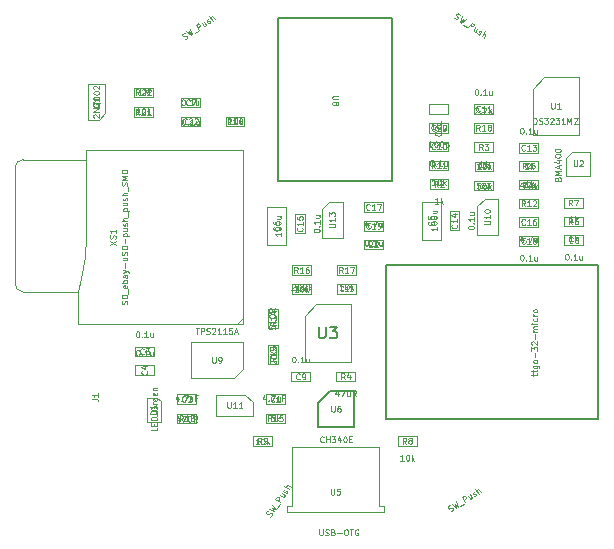
<source format=gbr>
%TF.GenerationSoftware,KiCad,Pcbnew,5.1.5+dfsg1-2~bpo10+1*%
%TF.CreationDate,Date%
%TF.ProjectId,osw,6f73772e-6b69-4636-9164-5f7063625858,3.0*%
%TF.SameCoordinates,Original*%
%TF.FileFunction,Other,Fab,Top*%
%FSLAX46Y46*%
G04 Gerber Fmt 4.6, Leading zero omitted, Abs format (unit mm)*
G04 Created by KiCad*
%MOMM*%
%LPD*%
G04 APERTURE LIST*
%ADD10C,0.100000*%
%ADD11C,0.150000*%
%ADD12C,0.050000*%
%ADD13C,0.060000*%
G04 APERTURE END LIST*
D10*
%TO.C,C12*%
X161772500Y-111804500D02*
X161772500Y-112604500D01*
X161772500Y-112604500D02*
X160172500Y-112604500D01*
X160172500Y-112604500D02*
X160172500Y-111804500D01*
X160172500Y-111804500D02*
X161772500Y-111804500D01*
%TO.C,U3*%
X158410000Y-113501000D02*
X161335000Y-113501000D01*
X161335000Y-113501000D02*
X161335000Y-118401000D01*
X161335000Y-118401000D02*
X157435000Y-118401000D01*
X157435000Y-118401000D02*
X157435000Y-114476000D01*
X157435000Y-114476000D02*
X158410000Y-113501000D01*
%TO.C,R26*%
X156362500Y-112604500D02*
X156362500Y-111804500D01*
X156362500Y-111804500D02*
X157962500Y-111804500D01*
X157962500Y-111804500D02*
X157962500Y-112604500D01*
X157962500Y-112604500D02*
X156362500Y-112604500D01*
%TO.C,R25*%
X177202900Y-102194732D02*
X175602900Y-102194732D01*
X177202900Y-101394732D02*
X177202900Y-102194732D01*
X175602900Y-101394732D02*
X177202900Y-101394732D01*
X175602900Y-102194732D02*
X175602900Y-101394732D01*
%TO.C,R24*%
X177202900Y-103780115D02*
X175602900Y-103780115D01*
X177202900Y-102980115D02*
X177202900Y-103780115D01*
X175602900Y-102980115D02*
X177202900Y-102980115D01*
X175602900Y-103780115D02*
X175602900Y-102980115D01*
%TO.C,R23*%
X171793000Y-103041500D02*
X173393000Y-103041500D01*
X171793000Y-103841500D02*
X171793000Y-103041500D01*
X173393000Y-103841500D02*
X171793000Y-103841500D01*
X173393000Y-103041500D02*
X173393000Y-103841500D01*
%TO.C,R20*%
X173418400Y-102254000D02*
X171818400Y-102254000D01*
X173418400Y-101454000D02*
X173418400Y-102254000D01*
X171818400Y-101454000D02*
X173418400Y-101454000D01*
X171818400Y-102254000D02*
X171818400Y-101454000D01*
%TO.C,R3*%
X173393000Y-100603000D02*
X171793000Y-100603000D01*
X173393000Y-99803000D02*
X173393000Y-100603000D01*
X171793000Y-99803000D02*
X173393000Y-99803000D01*
X171793000Y-100603000D02*
X171793000Y-99803000D01*
D11*
%TO.C,U8*%
X155200000Y-103050000D02*
X155200000Y-89250000D01*
X164800000Y-103050000D02*
X164800000Y-89250000D01*
X155200000Y-103050000D02*
X164800000Y-103050000D01*
X155200000Y-89250000D02*
X164800000Y-89250000D01*
D10*
%TO.C,R18*%
X173367600Y-98162583D02*
X173367600Y-98962583D01*
X173367600Y-98962583D02*
X171767600Y-98962583D01*
X171767600Y-98962583D02*
X171767600Y-98162583D01*
X171767600Y-98162583D02*
X173367600Y-98162583D01*
%TO.C,C11*%
X173367600Y-96577200D02*
X173367600Y-97377200D01*
X173367600Y-97377200D02*
X171767600Y-97377200D01*
X171767600Y-97377200D02*
X171767600Y-96577200D01*
X171767600Y-96577200D02*
X173367600Y-96577200D01*
%TO.C,C21*%
X167982900Y-97377200D02*
X167982900Y-96577200D01*
X167982900Y-96577200D02*
X169582900Y-96577200D01*
X169582900Y-96577200D02*
X169582900Y-97377200D01*
X169582900Y-97377200D02*
X167982900Y-97377200D01*
%TO.C,C22*%
X146964500Y-98444000D02*
X146964500Y-97644000D01*
X146964500Y-97644000D02*
X148564500Y-97644000D01*
X148564500Y-97644000D02*
X148564500Y-98444000D01*
X148564500Y-98444000D02*
X146964500Y-98444000D01*
%TO.C,C20*%
X167982900Y-98962583D02*
X167982900Y-98162583D01*
X167982900Y-98162583D02*
X169582900Y-98162583D01*
X169582900Y-98162583D02*
X169582900Y-98962583D01*
X169582900Y-98962583D02*
X167982900Y-98962583D01*
D12*
%TO.C,XS1*%
X151700000Y-115150000D02*
X152200000Y-114650000D01*
X138900000Y-107800000D02*
X138800000Y-109500000D01*
X138800000Y-109500000D02*
X138500000Y-111300000D01*
X138500000Y-111300000D02*
X138200000Y-112500000D01*
X133600000Y-101250000D02*
X138900000Y-101250000D01*
X132900000Y-101950000D02*
X132900000Y-111750000D01*
X133600000Y-112450000D02*
X138200000Y-112450000D01*
X138200000Y-112450000D02*
X138200000Y-115150000D01*
X138900000Y-100450000D02*
X138900000Y-107800000D01*
X152200000Y-100450000D02*
X152200000Y-115150000D01*
X152200000Y-115150000D02*
X138200000Y-115150000D01*
X152200000Y-100450000D02*
X138900000Y-100450000D01*
X132900000Y-101950000D02*
G75*
G02X133600000Y-101250000I700000J0D01*
G01*
X132900000Y-111750000D02*
G75*
G03X133600000Y-112450000I700000J0D01*
G01*
D10*
%TO.C,U13*%
X160666000Y-104812500D02*
X160666000Y-107912500D01*
X160666000Y-107912500D02*
X158866000Y-107912500D01*
X158866000Y-105462500D02*
X158866000Y-107912500D01*
X160666000Y-104812500D02*
X159516000Y-104812500D01*
X158866000Y-105462500D02*
X159516000Y-104812500D01*
%TO.C,U10*%
X173810500Y-104558500D02*
X173810500Y-107658500D01*
X173810500Y-107658500D02*
X172010500Y-107658500D01*
X172010500Y-105208500D02*
X172010500Y-107658500D01*
X173810500Y-104558500D02*
X172660500Y-104558500D01*
X172010500Y-105208500D02*
X172660500Y-104558500D01*
%TO.C,R22*%
X144564000Y-95967500D02*
X142964000Y-95967500D01*
X144564000Y-95167500D02*
X144564000Y-95967500D01*
X142964000Y-95167500D02*
X144564000Y-95167500D01*
X142964000Y-95967500D02*
X142964000Y-95167500D01*
%TO.C,R21*%
X144564000Y-97631200D02*
X142964000Y-97631200D01*
X144564000Y-96831200D02*
X144564000Y-97631200D01*
X142964000Y-96831200D02*
X144564000Y-96831200D01*
X142964000Y-97631200D02*
X142964000Y-96831200D01*
%TO.C,R12*%
X175603000Y-104565500D02*
X177203000Y-104565500D01*
X175603000Y-105365500D02*
X175603000Y-104565500D01*
X177203000Y-105365500D02*
X175603000Y-105365500D01*
X177203000Y-104565500D02*
X177203000Y-105365500D01*
%TO.C,R2*%
X169608400Y-103718732D02*
X168008400Y-103718732D01*
X169608400Y-102918732D02*
X169608400Y-103718732D01*
X168008400Y-102918732D02*
X169608400Y-102918732D01*
X168008400Y-103718732D02*
X168008400Y-102918732D01*
%TO.C,C19*%
X164058500Y-107270500D02*
X162458500Y-107270500D01*
X164058500Y-106470500D02*
X164058500Y-107270500D01*
X162458500Y-106470500D02*
X164058500Y-106470500D01*
X162458500Y-107270500D02*
X162458500Y-106470500D01*
%TO.C,C18*%
X177203000Y-108540500D02*
X175603000Y-108540500D01*
X177203000Y-107740500D02*
X177203000Y-108540500D01*
X175603000Y-107740500D02*
X177203000Y-107740500D01*
X175603000Y-108540500D02*
X175603000Y-107740500D01*
%TO.C,C17*%
X164058500Y-105683000D02*
X162458500Y-105683000D01*
X164058500Y-104883000D02*
X164058500Y-105683000D01*
X162458500Y-104883000D02*
X164058500Y-104883000D01*
X162458500Y-105683000D02*
X162458500Y-104883000D01*
%TO.C,C16*%
X177203000Y-106953000D02*
X175603000Y-106953000D01*
X177203000Y-106153000D02*
X177203000Y-106953000D01*
X175603000Y-106153000D02*
X177203000Y-106153000D01*
X175603000Y-106953000D02*
X175603000Y-106153000D01*
%TO.C,C15*%
X157435500Y-105880000D02*
X157435500Y-107480000D01*
X156635500Y-105880000D02*
X157435500Y-105880000D01*
X156635500Y-107480000D02*
X156635500Y-105880000D01*
X157435500Y-107480000D02*
X156635500Y-107480000D01*
%TO.C,C14*%
X170516500Y-105626000D02*
X170516500Y-107226000D01*
X169716500Y-105626000D02*
X170516500Y-105626000D01*
X169716500Y-107226000D02*
X169716500Y-105626000D01*
X170516500Y-107226000D02*
X169716500Y-107226000D01*
%TO.C,C6*%
X155867000Y-105270500D02*
X155867000Y-108470500D01*
X154267000Y-105270500D02*
X155867000Y-105270500D01*
X154267000Y-108470500D02*
X154267000Y-105270500D01*
X155867000Y-108470500D02*
X154267000Y-108470500D01*
%TO.C,C5*%
X168948000Y-104826000D02*
X168948000Y-108026000D01*
X167348000Y-104826000D02*
X168948000Y-104826000D01*
X167348000Y-108026000D02*
X167348000Y-104826000D01*
X168948000Y-108026000D02*
X167348000Y-108026000D01*
%TO.C,U2*%
X180094000Y-100600000D02*
X181594000Y-100600000D01*
X179594000Y-101100000D02*
X180094000Y-100600000D01*
X179594000Y-102600000D02*
X179594000Y-101100000D01*
X181594000Y-102600000D02*
X179594000Y-102600000D01*
X181594000Y-100600000D02*
X181594000Y-102600000D01*
%TO.C,U9*%
X152187000Y-118987000D02*
X151437000Y-119737000D01*
X152187000Y-116737000D02*
X152187000Y-118987000D01*
X147787000Y-116737000D02*
X152187000Y-116737000D01*
X147787000Y-119737000D02*
X147787000Y-116737000D01*
X151437000Y-119737000D02*
X147787000Y-119737000D01*
%TO.C,R19*%
X155149500Y-118529000D02*
X154349500Y-118529000D01*
X154349500Y-118529000D02*
X154349500Y-116929000D01*
X154349500Y-116929000D02*
X155149500Y-116929000D01*
X155149500Y-116929000D02*
X155149500Y-118529000D01*
%TO.C,C13*%
X177203000Y-99866500D02*
X177203000Y-100666500D01*
X177203000Y-100666500D02*
X175603000Y-100666500D01*
X175603000Y-100666500D02*
X175603000Y-99866500D01*
X175603000Y-99866500D02*
X177203000Y-99866500D01*
%TO.C,C10*%
X167982900Y-100547966D02*
X167982900Y-99747966D01*
X167982900Y-99747966D02*
X169582900Y-99747966D01*
X169582900Y-99747966D02*
X169582900Y-100547966D01*
X169582900Y-100547966D02*
X167982900Y-100547966D01*
%TO.C,C9*%
X157899000Y-119234000D02*
X157899000Y-120034000D01*
X157899000Y-120034000D02*
X156299000Y-120034000D01*
X156299000Y-120034000D02*
X156299000Y-119234000D01*
X156299000Y-119234000D02*
X157899000Y-119234000D01*
%TO.C,C8*%
X179413000Y-108477000D02*
X179413000Y-107677000D01*
X179413000Y-107677000D02*
X181013000Y-107677000D01*
X181013000Y-107677000D02*
X181013000Y-108477000D01*
X181013000Y-108477000D02*
X179413000Y-108477000D01*
%TO.C,C7*%
X146977200Y-96818400D02*
X146977200Y-96018400D01*
X146977200Y-96018400D02*
X148577200Y-96018400D01*
X148577200Y-96018400D02*
X148577200Y-96818400D01*
X148577200Y-96818400D02*
X146977200Y-96818400D01*
%TO.C,R17*%
X160172500Y-111017000D02*
X160172500Y-110217000D01*
X160172500Y-110217000D02*
X161772500Y-110217000D01*
X161772500Y-110217000D02*
X161772500Y-111017000D01*
X161772500Y-111017000D02*
X160172500Y-111017000D01*
%TO.C,R16*%
X156362500Y-111017000D02*
X156362500Y-110217000D01*
X156362500Y-110217000D02*
X157962500Y-110217000D01*
X157962500Y-110217000D02*
X157962500Y-111017000D01*
X157962500Y-111017000D02*
X156362500Y-111017000D01*
%TO.C,R7*%
X180987600Y-105310466D02*
X179387600Y-105310466D01*
X180987600Y-104510466D02*
X180987600Y-105310466D01*
X179387600Y-104510466D02*
X180987600Y-104510466D01*
X179387600Y-105310466D02*
X179387600Y-104510466D01*
%TO.C,R6*%
X180987600Y-106895849D02*
X179387600Y-106895849D01*
X180987600Y-106095849D02*
X180987600Y-106895849D01*
X179387600Y-106095849D02*
X180987600Y-106095849D01*
X179387600Y-106895849D02*
X179387600Y-106095849D01*
%TO.C,U1*%
X176739000Y-95235500D02*
X177714000Y-94260500D01*
X176739000Y-99160500D02*
X176739000Y-95235500D01*
X180639000Y-99160500D02*
X176739000Y-99160500D01*
X180639000Y-94260500D02*
X180639000Y-99160500D01*
X177714000Y-94260500D02*
X180639000Y-94260500D01*
D11*
%TO.C,U6*%
X158583500Y-121864500D02*
X159583500Y-120864500D01*
X158583500Y-123864500D02*
X158583500Y-121864500D01*
X161583500Y-123864500D02*
X158583500Y-123864500D01*
X161583500Y-120864500D02*
X161583500Y-123864500D01*
X159583500Y-120864500D02*
X161583500Y-120864500D01*
D10*
%TO.C,U11*%
X153061000Y-122947000D02*
X149961000Y-122947000D01*
X149961000Y-122947000D02*
X149961000Y-121147000D01*
X152411000Y-121147000D02*
X149961000Y-121147000D01*
X153061000Y-122947000D02*
X153061000Y-121797000D01*
X152411000Y-121147000D02*
X153061000Y-121797000D01*
%TO.C,R11*%
X169582900Y-102133349D02*
X167982900Y-102133349D01*
X169582900Y-101333349D02*
X169582900Y-102133349D01*
X167982900Y-101333349D02*
X169582900Y-101333349D01*
X167982900Y-102133349D02*
X167982900Y-101333349D01*
%TO.C,R10*%
X152336400Y-98444000D02*
X150736400Y-98444000D01*
X152336400Y-97644000D02*
X152336400Y-98444000D01*
X150736400Y-97644000D02*
X152336400Y-97644000D01*
X150736400Y-98444000D02*
X150736400Y-97644000D01*
%TO.C,R14*%
X155149500Y-113881000D02*
X155149500Y-115481000D01*
X154349500Y-113881000D02*
X155149500Y-113881000D01*
X154349500Y-115481000D02*
X154349500Y-113881000D01*
X155149500Y-115481000D02*
X154349500Y-115481000D01*
%TO.C,R4*%
X161709000Y-120034000D02*
X160109000Y-120034000D01*
X161709000Y-119234000D02*
X161709000Y-120034000D01*
X160109000Y-119234000D02*
X161709000Y-119234000D01*
X160109000Y-120034000D02*
X160109000Y-119234000D01*
%TO.C,R15*%
X155740000Y-123590000D02*
X154140000Y-123590000D01*
X155740000Y-122790000D02*
X155740000Y-123590000D01*
X154140000Y-122790000D02*
X155740000Y-122790000D01*
X154140000Y-123590000D02*
X154140000Y-122790000D01*
%TO.C,R13*%
X148247000Y-123590000D02*
X146647000Y-123590000D01*
X148247000Y-122790000D02*
X148247000Y-123590000D01*
X146647000Y-122790000D02*
X148247000Y-122790000D01*
X146647000Y-123590000D02*
X146647000Y-122790000D01*
%TO.C,R1*%
X164058500Y-108858000D02*
X162458500Y-108858000D01*
X164058500Y-108058000D02*
X164058500Y-108858000D01*
X162458500Y-108058000D02*
X164058500Y-108058000D01*
X162458500Y-108858000D02*
X162458500Y-108058000D01*
%TO.C,Q1*%
X140527000Y-94873000D02*
X139127000Y-94873000D01*
X139127000Y-97913000D02*
X139127000Y-94873000D01*
X140527000Y-97343000D02*
X139977000Y-97913000D01*
X139977000Y-97913000D02*
X139127000Y-97913000D01*
X140527000Y-97343000D02*
X140527000Y-94893000D01*
%TO.C,D1*%
X144053000Y-123428000D02*
X145253000Y-123428000D01*
X144053000Y-121428000D02*
X144053000Y-123428000D01*
X144953000Y-121428000D02*
X144053000Y-121428000D01*
X145253000Y-121728000D02*
X144953000Y-121428000D01*
X145253000Y-123428000D02*
X145253000Y-121728000D01*
%TO.C,C4*%
X143091000Y-118662500D02*
X144691000Y-118662500D01*
X143091000Y-119462500D02*
X143091000Y-118662500D01*
X144691000Y-119462500D02*
X143091000Y-119462500D01*
X144691000Y-118662500D02*
X144691000Y-119462500D01*
%TO.C,C3*%
X143078200Y-117100400D02*
X144678200Y-117100400D01*
X143078200Y-117900400D02*
X143078200Y-117100400D01*
X144678200Y-117900400D02*
X143078200Y-117900400D01*
X144678200Y-117100400D02*
X144678200Y-117900400D01*
%TO.C,C2*%
X146647000Y-121139000D02*
X148247000Y-121139000D01*
X146647000Y-121939000D02*
X146647000Y-121139000D01*
X148247000Y-121939000D02*
X146647000Y-121939000D01*
X148247000Y-121139000D02*
X148247000Y-121939000D01*
%TO.C,C1*%
X154140000Y-121139000D02*
X155740000Y-121139000D01*
X154140000Y-121939000D02*
X154140000Y-121139000D01*
X155740000Y-121939000D02*
X154140000Y-121939000D01*
X155740000Y-121139000D02*
X155740000Y-121939000D01*
%TO.C,R9*%
X153060500Y-124682300D02*
X154660500Y-124682300D01*
X153060500Y-125482300D02*
X153060500Y-124682300D01*
X154660500Y-125482300D02*
X153060500Y-125482300D01*
X154660500Y-124682300D02*
X154660500Y-125482300D01*
%TO.C,R8*%
X166916000Y-125482300D02*
X165316000Y-125482300D01*
X166916000Y-124682300D02*
X166916000Y-125482300D01*
X165316000Y-124682300D02*
X166916000Y-124682300D01*
X165316000Y-125482300D02*
X165316000Y-124682300D01*
D12*
%TO.C,U5*%
X163720000Y-125550000D02*
X156320000Y-125550000D01*
X155920000Y-130550000D02*
X156320000Y-130550000D01*
X155920000Y-131050000D02*
X155920000Y-130550000D01*
X164120000Y-130550000D02*
X163720000Y-130550000D01*
X164120000Y-131050000D02*
X164120000Y-130550000D01*
X156320000Y-125550000D02*
X156320000Y-130550000D01*
X155920000Y-131050000D02*
X164120000Y-131050000D01*
X163720000Y-130550000D02*
X163720000Y-125550000D01*
D11*
%TO.C,U7*%
X182297000Y-110213000D02*
X182297000Y-123213000D01*
X164347000Y-110213000D02*
X164347000Y-123213000D01*
X182297000Y-110213000D02*
X164347000Y-110213000D01*
X182297000Y-123213000D02*
X164347000Y-123213000D01*
%TD*%
%TO.C,J1*%
D10*
X139451590Y-121527866D02*
X139808733Y-121527866D01*
X139880161Y-121551676D01*
X139927780Y-121599295D01*
X139951590Y-121670723D01*
X139951590Y-121718342D01*
X139951590Y-121027866D02*
X139951590Y-121313580D01*
X139951590Y-121170723D02*
X139451590Y-121170723D01*
X139523019Y-121218342D01*
X139570638Y-121265961D01*
X139594447Y-121313580D01*
%TO.C,C12*%
D13*
X160715357Y-112347357D02*
X160696309Y-112366404D01*
X160639166Y-112385452D01*
X160601071Y-112385452D01*
X160543928Y-112366404D01*
X160505833Y-112328309D01*
X160486785Y-112290214D01*
X160467738Y-112214023D01*
X160467738Y-112156880D01*
X160486785Y-112080690D01*
X160505833Y-112042595D01*
X160543928Y-112004500D01*
X160601071Y-111985452D01*
X160639166Y-111985452D01*
X160696309Y-112004500D01*
X160715357Y-112023547D01*
X161096309Y-112385452D02*
X160867738Y-112385452D01*
X160982023Y-112385452D02*
X160982023Y-111985452D01*
X160943928Y-112042595D01*
X160905833Y-112080690D01*
X160867738Y-112099738D01*
X161248690Y-112023547D02*
X161267738Y-112004500D01*
X161305833Y-111985452D01*
X161401071Y-111985452D01*
X161439166Y-112004500D01*
X161458214Y-112023547D01*
X161477261Y-112061642D01*
X161477261Y-112099738D01*
X161458214Y-112156880D01*
X161229642Y-112385452D01*
X161477261Y-112385452D01*
%TO.C,U3*%
D11*
X158638333Y-115414333D02*
X158638333Y-116207666D01*
X158685000Y-116301000D01*
X158731666Y-116347666D01*
X158825000Y-116394333D01*
X159011666Y-116394333D01*
X159105000Y-116347666D01*
X159151666Y-116301000D01*
X159198333Y-116207666D01*
X159198333Y-115414333D01*
X159571666Y-115414333D02*
X160178333Y-115414333D01*
X159851666Y-115787666D01*
X159991666Y-115787666D01*
X160085000Y-115834333D01*
X160131666Y-115881000D01*
X160178333Y-115974333D01*
X160178333Y-116207666D01*
X160131666Y-116301000D01*
X160085000Y-116347666D01*
X159991666Y-116394333D01*
X159711666Y-116394333D01*
X159618333Y-116347666D01*
X159571666Y-116301000D01*
%TO.C,R26*%
D10*
X156864880Y-112430690D02*
X156579166Y-112430690D01*
X156722023Y-112430690D02*
X156722023Y-111930690D01*
X156674404Y-112002119D01*
X156626785Y-112049738D01*
X156579166Y-112073547D01*
X157174404Y-111930690D02*
X157222023Y-111930690D01*
X157269642Y-111954500D01*
X157293452Y-111978309D01*
X157317261Y-112025928D01*
X157341071Y-112121166D01*
X157341071Y-112240214D01*
X157317261Y-112335452D01*
X157293452Y-112383071D01*
X157269642Y-112406880D01*
X157222023Y-112430690D01*
X157174404Y-112430690D01*
X157126785Y-112406880D01*
X157102976Y-112383071D01*
X157079166Y-112335452D01*
X157055357Y-112240214D01*
X157055357Y-112121166D01*
X157079166Y-112025928D01*
X157102976Y-111978309D01*
X157126785Y-111954500D01*
X157174404Y-111930690D01*
X157555357Y-112430690D02*
X157555357Y-111930690D01*
X157602976Y-112240214D02*
X157745833Y-112430690D01*
X157745833Y-112097357D02*
X157555357Y-112287833D01*
D13*
X156905357Y-112385452D02*
X156772023Y-112194976D01*
X156676785Y-112385452D02*
X156676785Y-111985452D01*
X156829166Y-111985452D01*
X156867261Y-112004500D01*
X156886309Y-112023547D01*
X156905357Y-112061642D01*
X156905357Y-112118785D01*
X156886309Y-112156880D01*
X156867261Y-112175928D01*
X156829166Y-112194976D01*
X156676785Y-112194976D01*
X157057738Y-112023547D02*
X157076785Y-112004500D01*
X157114880Y-111985452D01*
X157210119Y-111985452D01*
X157248214Y-112004500D01*
X157267261Y-112023547D01*
X157286309Y-112061642D01*
X157286309Y-112099738D01*
X157267261Y-112156880D01*
X157038690Y-112385452D01*
X157286309Y-112385452D01*
X157629166Y-111985452D02*
X157552976Y-111985452D01*
X157514880Y-112004500D01*
X157495833Y-112023547D01*
X157457738Y-112080690D01*
X157438690Y-112156880D01*
X157438690Y-112309261D01*
X157457738Y-112347357D01*
X157476785Y-112366404D01*
X157514880Y-112385452D01*
X157591071Y-112385452D01*
X157629166Y-112366404D01*
X157648214Y-112347357D01*
X157667261Y-112309261D01*
X157667261Y-112214023D01*
X157648214Y-112175928D01*
X157629166Y-112156880D01*
X157591071Y-112137833D01*
X157514880Y-112137833D01*
X157476785Y-112156880D01*
X157457738Y-112175928D01*
X157438690Y-112214023D01*
%TO.C,R25*%
D10*
X176368776Y-102008222D02*
X176083061Y-102008222D01*
X176225919Y-102008222D02*
X176225919Y-101508222D01*
X176178300Y-101579651D01*
X176130680Y-101627270D01*
X176083061Y-101651079D01*
X176583061Y-102008222D02*
X176583061Y-101508222D01*
X176630680Y-101817746D02*
X176773538Y-102008222D01*
X176773538Y-101674889D02*
X176583061Y-101865365D01*
D13*
X176145757Y-101975684D02*
X176012423Y-101785208D01*
X175917185Y-101975684D02*
X175917185Y-101575684D01*
X176069566Y-101575684D01*
X176107661Y-101594732D01*
X176126709Y-101613779D01*
X176145757Y-101651874D01*
X176145757Y-101709017D01*
X176126709Y-101747112D01*
X176107661Y-101766160D01*
X176069566Y-101785208D01*
X175917185Y-101785208D01*
X176298138Y-101613779D02*
X176317185Y-101594732D01*
X176355280Y-101575684D01*
X176450519Y-101575684D01*
X176488614Y-101594732D01*
X176507661Y-101613779D01*
X176526709Y-101651874D01*
X176526709Y-101689970D01*
X176507661Y-101747112D01*
X176279090Y-101975684D01*
X176526709Y-101975684D01*
X176888614Y-101575684D02*
X176698138Y-101575684D01*
X176679090Y-101766160D01*
X176698138Y-101747112D01*
X176736233Y-101728065D01*
X176831471Y-101728065D01*
X176869566Y-101747112D01*
X176888614Y-101766160D01*
X176907661Y-101804255D01*
X176907661Y-101899493D01*
X176888614Y-101937589D01*
X176869566Y-101956636D01*
X176831471Y-101975684D01*
X176736233Y-101975684D01*
X176698138Y-101956636D01*
X176679090Y-101937589D01*
%TO.C,R24*%
D10*
X176368876Y-103606305D02*
X176083161Y-103606305D01*
X176226019Y-103606305D02*
X176226019Y-103106305D01*
X176178400Y-103177734D01*
X176130780Y-103225353D01*
X176083161Y-103249162D01*
X176583161Y-103606305D02*
X176583161Y-103106305D01*
X176630780Y-103415829D02*
X176773638Y-103606305D01*
X176773638Y-103272972D02*
X176583161Y-103463448D01*
D13*
X176145757Y-103561067D02*
X176012423Y-103370591D01*
X175917185Y-103561067D02*
X175917185Y-103161067D01*
X176069566Y-103161067D01*
X176107661Y-103180115D01*
X176126709Y-103199162D01*
X176145757Y-103237257D01*
X176145757Y-103294400D01*
X176126709Y-103332495D01*
X176107661Y-103351543D01*
X176069566Y-103370591D01*
X175917185Y-103370591D01*
X176298138Y-103199162D02*
X176317185Y-103180115D01*
X176355280Y-103161067D01*
X176450519Y-103161067D01*
X176488614Y-103180115D01*
X176507661Y-103199162D01*
X176526709Y-103237257D01*
X176526709Y-103275353D01*
X176507661Y-103332495D01*
X176279090Y-103561067D01*
X176526709Y-103561067D01*
X176869566Y-103294400D02*
X176869566Y-103561067D01*
X176774328Y-103142019D02*
X176679090Y-103427734D01*
X176926709Y-103427734D01*
%TO.C,R23*%
D10*
X172271571Y-103201190D02*
X172033476Y-103201190D01*
X172009666Y-103439285D01*
X172033476Y-103415476D01*
X172081095Y-103391666D01*
X172200142Y-103391666D01*
X172247761Y-103415476D01*
X172271571Y-103439285D01*
X172295380Y-103486904D01*
X172295380Y-103605952D01*
X172271571Y-103653571D01*
X172247761Y-103677380D01*
X172200142Y-103701190D01*
X172081095Y-103701190D01*
X172033476Y-103677380D01*
X172009666Y-103653571D01*
X172723952Y-103201190D02*
X172628714Y-103201190D01*
X172581095Y-103225000D01*
X172557285Y-103248809D01*
X172509666Y-103320238D01*
X172485857Y-103415476D01*
X172485857Y-103605952D01*
X172509666Y-103653571D01*
X172533476Y-103677380D01*
X172581095Y-103701190D01*
X172676333Y-103701190D01*
X172723952Y-103677380D01*
X172747761Y-103653571D01*
X172771571Y-103605952D01*
X172771571Y-103486904D01*
X172747761Y-103439285D01*
X172723952Y-103415476D01*
X172676333Y-103391666D01*
X172581095Y-103391666D01*
X172533476Y-103415476D01*
X172509666Y-103439285D01*
X172485857Y-103486904D01*
X172985857Y-103701190D02*
X172985857Y-103201190D01*
X173033476Y-103510714D02*
X173176333Y-103701190D01*
X173176333Y-103367857D02*
X172985857Y-103558333D01*
D13*
X172335857Y-103622452D02*
X172202523Y-103431976D01*
X172107285Y-103622452D02*
X172107285Y-103222452D01*
X172259666Y-103222452D01*
X172297761Y-103241500D01*
X172316809Y-103260547D01*
X172335857Y-103298642D01*
X172335857Y-103355785D01*
X172316809Y-103393880D01*
X172297761Y-103412928D01*
X172259666Y-103431976D01*
X172107285Y-103431976D01*
X172488238Y-103260547D02*
X172507285Y-103241500D01*
X172545380Y-103222452D01*
X172640619Y-103222452D01*
X172678714Y-103241500D01*
X172697761Y-103260547D01*
X172716809Y-103298642D01*
X172716809Y-103336738D01*
X172697761Y-103393880D01*
X172469190Y-103622452D01*
X172716809Y-103622452D01*
X172850142Y-103222452D02*
X173097761Y-103222452D01*
X172964428Y-103374833D01*
X173021571Y-103374833D01*
X173059666Y-103393880D01*
X173078714Y-103412928D01*
X173097761Y-103451023D01*
X173097761Y-103546261D01*
X173078714Y-103584357D01*
X173059666Y-103603404D01*
X173021571Y-103622452D01*
X172907285Y-103622452D01*
X172869190Y-103603404D01*
X172850142Y-103584357D01*
%TO.C,R20*%
D10*
X172320780Y-102016690D02*
X172035066Y-102016690D01*
X172177923Y-102016690D02*
X172177923Y-101516690D01*
X172130304Y-101588119D01*
X172082685Y-101635738D01*
X172035066Y-101659547D01*
X172630304Y-101516690D02*
X172677923Y-101516690D01*
X172725542Y-101540500D01*
X172749352Y-101564309D01*
X172773161Y-101611928D01*
X172796971Y-101707166D01*
X172796971Y-101826214D01*
X172773161Y-101921452D01*
X172749352Y-101969071D01*
X172725542Y-101992880D01*
X172677923Y-102016690D01*
X172630304Y-102016690D01*
X172582685Y-101992880D01*
X172558876Y-101969071D01*
X172535066Y-101921452D01*
X172511257Y-101826214D01*
X172511257Y-101707166D01*
X172535066Y-101611928D01*
X172558876Y-101564309D01*
X172582685Y-101540500D01*
X172630304Y-101516690D01*
X173011257Y-102016690D02*
X173011257Y-101516690D01*
X173058876Y-101826214D02*
X173201733Y-102016690D01*
X173201733Y-101683357D02*
X173011257Y-101873833D01*
D13*
X172361257Y-102034952D02*
X172227923Y-101844476D01*
X172132685Y-102034952D02*
X172132685Y-101634952D01*
X172285066Y-101634952D01*
X172323161Y-101654000D01*
X172342209Y-101673047D01*
X172361257Y-101711142D01*
X172361257Y-101768285D01*
X172342209Y-101806380D01*
X172323161Y-101825428D01*
X172285066Y-101844476D01*
X172132685Y-101844476D01*
X172513638Y-101673047D02*
X172532685Y-101654000D01*
X172570780Y-101634952D01*
X172666019Y-101634952D01*
X172704114Y-101654000D01*
X172723161Y-101673047D01*
X172742209Y-101711142D01*
X172742209Y-101749238D01*
X172723161Y-101806380D01*
X172494590Y-102034952D01*
X172742209Y-102034952D01*
X172989828Y-101634952D02*
X173027923Y-101634952D01*
X173066019Y-101654000D01*
X173085066Y-101673047D01*
X173104114Y-101711142D01*
X173123161Y-101787333D01*
X173123161Y-101882571D01*
X173104114Y-101958761D01*
X173085066Y-101996857D01*
X173066019Y-102015904D01*
X173027923Y-102034952D01*
X172989828Y-102034952D01*
X172951733Y-102015904D01*
X172932685Y-101996857D01*
X172913638Y-101958761D01*
X172894590Y-101882571D01*
X172894590Y-101787333D01*
X172913638Y-101711142D01*
X172932685Y-101673047D01*
X172951733Y-101654000D01*
X172989828Y-101634952D01*
%TO.C,R3*%
D10*
X172533476Y-101859190D02*
X172247761Y-101859190D01*
X172390619Y-101859190D02*
X172390619Y-101359190D01*
X172343000Y-101430619D01*
X172295380Y-101478238D01*
X172247761Y-101502047D01*
X172747761Y-101859190D02*
X172747761Y-101359190D01*
X172795380Y-101668714D02*
X172938238Y-101859190D01*
X172938238Y-101525857D02*
X172747761Y-101716333D01*
X172509666Y-100429190D02*
X172343000Y-100191095D01*
X172223952Y-100429190D02*
X172223952Y-99929190D01*
X172414428Y-99929190D01*
X172462047Y-99953000D01*
X172485857Y-99976809D01*
X172509666Y-100024428D01*
X172509666Y-100095857D01*
X172485857Y-100143476D01*
X172462047Y-100167285D01*
X172414428Y-100191095D01*
X172223952Y-100191095D01*
X172676333Y-99929190D02*
X172985857Y-99929190D01*
X172819190Y-100119666D01*
X172890619Y-100119666D01*
X172938238Y-100143476D01*
X172962047Y-100167285D01*
X172985857Y-100214904D01*
X172985857Y-100333952D01*
X172962047Y-100381571D01*
X172938238Y-100405380D01*
X172890619Y-100429190D01*
X172747761Y-100429190D01*
X172700142Y-100405380D01*
X172676333Y-100381571D01*
%TO.C,SW2*%
X170088437Y-89228203D02*
X170134340Y-89287885D01*
X170233035Y-89354455D01*
X170285827Y-89361345D01*
X170318880Y-89354920D01*
X170365247Y-89328756D01*
X170391876Y-89289278D01*
X170398765Y-89236486D01*
X170392340Y-89203433D01*
X170366176Y-89157065D01*
X170300534Y-89084070D01*
X170274370Y-89037703D01*
X170267946Y-89004650D01*
X170274835Y-88951858D01*
X170301463Y-88912380D01*
X170347830Y-88886216D01*
X170380883Y-88879791D01*
X170433675Y-88886680D01*
X170532370Y-88953251D01*
X170578273Y-89012932D01*
X170729760Y-89086392D02*
X170548859Y-89567481D01*
X170827527Y-89324653D01*
X170706771Y-89673994D01*
X171085062Y-89326046D01*
X170838054Y-89819985D02*
X171153878Y-90033011D01*
X171279201Y-90060104D02*
X171558798Y-89645585D01*
X171716710Y-89752098D01*
X171742874Y-89798465D01*
X171749299Y-89831518D01*
X171742409Y-89884310D01*
X171702467Y-89943527D01*
X171656100Y-89969691D01*
X171623047Y-89976116D01*
X171570255Y-89969227D01*
X171412343Y-89862714D01*
X172057769Y-90183181D02*
X171871371Y-90459527D01*
X171880118Y-90063354D02*
X171733663Y-90280483D01*
X171726773Y-90333275D01*
X171752937Y-90379642D01*
X171812154Y-90419585D01*
X171864946Y-90426474D01*
X171897999Y-90420049D01*
X172062336Y-90559615D02*
X172088500Y-90605982D01*
X172167456Y-90659239D01*
X172220248Y-90666128D01*
X172266615Y-90639964D01*
X172279929Y-90620225D01*
X172286819Y-90567433D01*
X172260655Y-90521066D01*
X172201438Y-90481124D01*
X172175274Y-90434756D01*
X172182163Y-90381964D01*
X172195477Y-90362225D01*
X172241845Y-90336061D01*
X172294637Y-90342951D01*
X172353854Y-90382893D01*
X172380017Y-90429260D01*
X172404324Y-90819008D02*
X172683920Y-90404489D01*
X172581975Y-90938835D02*
X172728430Y-90721706D01*
X172735319Y-90668914D01*
X172709155Y-90622547D01*
X172649938Y-90582605D01*
X172597146Y-90575715D01*
X172564093Y-90582140D01*
%TO.C,SW1*%
X147289374Y-91043383D02*
X147361905Y-91023180D01*
X147460600Y-90956609D01*
X147486764Y-90910242D01*
X147493189Y-90877189D01*
X147486300Y-90824397D01*
X147459671Y-90784919D01*
X147413304Y-90758755D01*
X147380251Y-90752330D01*
X147327459Y-90759220D01*
X147235189Y-90792737D01*
X147182397Y-90799626D01*
X147149344Y-90793201D01*
X147102977Y-90767038D01*
X147076348Y-90727560D01*
X147069459Y-90674767D01*
X147075884Y-90641714D01*
X147102048Y-90595347D01*
X147200743Y-90528777D01*
X147273274Y-90508573D01*
X147398133Y-90395635D02*
X147776424Y-90743584D01*
X147655668Y-90394242D01*
X147934336Y-90637071D01*
X147753434Y-90155981D01*
X148118876Y-90570036D02*
X148434700Y-90357010D01*
X148506767Y-90250961D02*
X148227170Y-89836442D01*
X148385082Y-89729930D01*
X148437874Y-89723040D01*
X148470927Y-89729465D01*
X148517295Y-89755629D01*
X148557237Y-89814846D01*
X148564126Y-89867638D01*
X148557701Y-89900691D01*
X148531537Y-89947058D01*
X148373625Y-90053571D01*
X148912539Y-89575192D02*
X149098936Y-89851538D01*
X148734888Y-89695019D02*
X148881343Y-89912148D01*
X148927710Y-89938312D01*
X148980502Y-89931422D01*
X149039719Y-89891480D01*
X149065883Y-89845113D01*
X149072308Y-89812060D01*
X149263273Y-89711972D02*
X149316065Y-89705082D01*
X149395021Y-89651826D01*
X149421185Y-89605459D01*
X149414296Y-89552667D01*
X149400982Y-89532928D01*
X149354614Y-89506764D01*
X149301822Y-89513653D01*
X149242605Y-89553595D01*
X149189813Y-89560485D01*
X149143446Y-89534321D01*
X149130132Y-89514582D01*
X149123243Y-89461790D01*
X149149407Y-89415422D01*
X149208624Y-89375480D01*
X149261416Y-89368591D01*
X149631889Y-89492057D02*
X149352293Y-89077538D01*
X149809540Y-89372230D02*
X149663085Y-89155101D01*
X149616717Y-89128937D01*
X149563925Y-89135826D01*
X149504708Y-89175768D01*
X149478545Y-89222136D01*
X149472120Y-89255189D01*
%TO.C,SW5*%
X154530188Y-131471165D02*
X154589870Y-131425262D01*
X154656440Y-131326567D01*
X154663330Y-131273775D01*
X154656905Y-131240722D01*
X154630741Y-131194355D01*
X154591263Y-131167726D01*
X154538471Y-131160837D01*
X154505418Y-131167262D01*
X154459050Y-131193426D01*
X154386055Y-131259068D01*
X154339688Y-131285232D01*
X154306635Y-131291656D01*
X154253843Y-131284767D01*
X154214365Y-131258139D01*
X154188201Y-131211772D01*
X154181776Y-131178719D01*
X154188665Y-131125927D01*
X154255236Y-131027232D01*
X154314917Y-130981329D01*
X154388377Y-130829842D02*
X154869466Y-131010743D01*
X154626638Y-130732075D01*
X154975979Y-130852831D01*
X154628031Y-130474540D01*
X155121970Y-130721548D02*
X155334996Y-130405724D01*
X155362089Y-130280401D02*
X154947570Y-130000804D01*
X155054083Y-129842892D01*
X155100450Y-129816728D01*
X155133503Y-129810303D01*
X155186295Y-129817193D01*
X155245512Y-129857135D01*
X155271676Y-129903502D01*
X155278101Y-129936555D01*
X155271212Y-129989347D01*
X155164699Y-130147259D01*
X155485166Y-129501833D02*
X155761512Y-129688231D01*
X155365339Y-129679484D02*
X155582468Y-129825939D01*
X155635260Y-129832829D01*
X155681627Y-129806665D01*
X155721570Y-129747448D01*
X155728459Y-129694656D01*
X155722034Y-129661603D01*
X155861600Y-129497266D02*
X155907967Y-129471102D01*
X155961224Y-129392146D01*
X155968113Y-129339354D01*
X155941949Y-129292987D01*
X155922210Y-129279673D01*
X155869418Y-129272783D01*
X155823051Y-129298947D01*
X155783109Y-129358164D01*
X155736741Y-129384328D01*
X155683949Y-129377439D01*
X155664210Y-129364125D01*
X155638046Y-129317757D01*
X155644936Y-129264965D01*
X155684878Y-129205748D01*
X155731245Y-129179585D01*
X156120993Y-129155278D02*
X155706474Y-128875682D01*
X156240820Y-128977627D02*
X156023691Y-128831172D01*
X155970899Y-128824283D01*
X155924532Y-128850447D01*
X155884590Y-128909664D01*
X155877700Y-128962456D01*
X155884125Y-128995509D01*
%TO.C,SW4*%
X169782851Y-131038143D02*
X169855724Y-131019208D01*
X169955565Y-130954370D01*
X169982534Y-130908467D01*
X169989535Y-130875531D01*
X169983568Y-130822626D01*
X169957633Y-130782690D01*
X169911730Y-130755721D01*
X169878794Y-130748720D01*
X169825889Y-130754687D01*
X169733048Y-130786589D01*
X169680144Y-130792556D01*
X169647208Y-130785555D01*
X169601305Y-130758586D01*
X169575369Y-130718649D01*
X169569402Y-130665745D01*
X169576403Y-130632809D01*
X169603372Y-130586905D01*
X169703214Y-130522067D01*
X169776087Y-130503133D01*
X169902898Y-130392391D02*
X170275059Y-130746889D01*
X170160418Y-130395493D01*
X170434806Y-130643148D01*
X170262328Y-130158975D01*
X170620488Y-130579344D02*
X170939981Y-130371862D01*
X171013888Y-130267088D02*
X170741568Y-129847752D01*
X170901315Y-129744012D01*
X170954219Y-129738045D01*
X170987155Y-129745045D01*
X171033059Y-129772015D01*
X171071961Y-129831920D01*
X171077928Y-129884824D01*
X171070928Y-129917760D01*
X171043958Y-129963663D01*
X170884212Y-130067404D01*
X171431392Y-129598503D02*
X171612938Y-129878060D01*
X171251677Y-129715211D02*
X171394320Y-129934863D01*
X171440224Y-129961832D01*
X171493128Y-129955865D01*
X171553033Y-129916962D01*
X171580002Y-129871059D01*
X171587003Y-129838123D01*
X171779686Y-129741383D02*
X171832590Y-129735416D01*
X171912463Y-129683546D01*
X171939432Y-129637642D01*
X171933465Y-129584738D01*
X171920498Y-129564770D01*
X171874594Y-129537800D01*
X171821690Y-129543767D01*
X171761785Y-129582670D01*
X171708881Y-129588637D01*
X171662977Y-129561668D01*
X171650010Y-129541700D01*
X171644043Y-129488795D01*
X171671012Y-129442892D01*
X171730917Y-129403989D01*
X171783821Y-129398022D01*
X172152083Y-129527935D02*
X171879764Y-129108599D01*
X172331799Y-129411226D02*
X172189155Y-129191574D01*
X172143251Y-129164605D01*
X172090347Y-129170572D01*
X172030442Y-129209475D01*
X172003473Y-129255379D01*
X171996472Y-129288314D01*
%TO.C,U8*%
X160273809Y-95869047D02*
X159869047Y-95869047D01*
X159821428Y-95892857D01*
X159797619Y-95916666D01*
X159773809Y-95964285D01*
X159773809Y-96059523D01*
X159797619Y-96107142D01*
X159821428Y-96130952D01*
X159869047Y-96154761D01*
X160273809Y-96154761D01*
X160059523Y-96464285D02*
X160083333Y-96416666D01*
X160107142Y-96392857D01*
X160154761Y-96369047D01*
X160178571Y-96369047D01*
X160226190Y-96392857D01*
X160250000Y-96416666D01*
X160273809Y-96464285D01*
X160273809Y-96559523D01*
X160250000Y-96607142D01*
X160226190Y-96630952D01*
X160178571Y-96654761D01*
X160154761Y-96654761D01*
X160107142Y-96630952D01*
X160083333Y-96607142D01*
X160059523Y-96559523D01*
X160059523Y-96464285D01*
X160035714Y-96416666D01*
X160011904Y-96392857D01*
X159964285Y-96369047D01*
X159869047Y-96369047D01*
X159821428Y-96392857D01*
X159797619Y-96416666D01*
X159773809Y-96464285D01*
X159773809Y-96559523D01*
X159797619Y-96607142D01*
X159821428Y-96630952D01*
X159869047Y-96654761D01*
X159964285Y-96654761D01*
X160011904Y-96630952D01*
X160035714Y-96607142D01*
X160059523Y-96559523D01*
%TO.C,R18*%
X171817600Y-96906392D02*
X171841409Y-96882583D01*
X171889028Y-96858773D01*
X172008076Y-96858773D01*
X172055695Y-96882583D01*
X172079504Y-96906392D01*
X172103314Y-96954011D01*
X172103314Y-97001630D01*
X172079504Y-97073059D01*
X171793790Y-97358773D01*
X172103314Y-97358773D01*
X172317600Y-97311154D02*
X172341409Y-97334963D01*
X172317600Y-97358773D01*
X172293790Y-97334963D01*
X172317600Y-97311154D01*
X172317600Y-97358773D01*
X172531885Y-96906392D02*
X172555695Y-96882583D01*
X172603314Y-96858773D01*
X172722361Y-96858773D01*
X172769980Y-96882583D01*
X172793790Y-96906392D01*
X172817600Y-96954011D01*
X172817600Y-97001630D01*
X172793790Y-97073059D01*
X172508076Y-97358773D01*
X172817600Y-97358773D01*
X173031885Y-97358773D02*
X173031885Y-96858773D01*
X173317600Y-97358773D02*
X173103314Y-97073059D01*
X173317600Y-96858773D02*
X173031885Y-97144487D01*
X172246171Y-98788773D02*
X172079504Y-98550678D01*
X171960457Y-98788773D02*
X171960457Y-98288773D01*
X172150933Y-98288773D01*
X172198552Y-98312583D01*
X172222361Y-98336392D01*
X172246171Y-98384011D01*
X172246171Y-98455440D01*
X172222361Y-98503059D01*
X172198552Y-98526868D01*
X172150933Y-98550678D01*
X171960457Y-98550678D01*
X172722361Y-98788773D02*
X172436647Y-98788773D01*
X172579504Y-98788773D02*
X172579504Y-98288773D01*
X172531885Y-98360202D01*
X172484266Y-98407821D01*
X172436647Y-98431630D01*
X173008076Y-98503059D02*
X172960457Y-98479249D01*
X172936647Y-98455440D01*
X172912838Y-98407821D01*
X172912838Y-98384011D01*
X172936647Y-98336392D01*
X172960457Y-98312583D01*
X173008076Y-98288773D01*
X173103314Y-98288773D01*
X173150933Y-98312583D01*
X173174742Y-98336392D01*
X173198552Y-98384011D01*
X173198552Y-98407821D01*
X173174742Y-98455440D01*
X173150933Y-98479249D01*
X173103314Y-98503059D01*
X173008076Y-98503059D01*
X172960457Y-98526868D01*
X172936647Y-98550678D01*
X172912838Y-98598297D01*
X172912838Y-98693535D01*
X172936647Y-98741154D01*
X172960457Y-98764963D01*
X173008076Y-98788773D01*
X173103314Y-98788773D01*
X173150933Y-98764963D01*
X173174742Y-98741154D01*
X173198552Y-98693535D01*
X173198552Y-98598297D01*
X173174742Y-98550678D01*
X173150933Y-98526868D01*
X173103314Y-98503059D01*
%TO.C,C11*%
X171960457Y-95273390D02*
X172008076Y-95273390D01*
X172055695Y-95297200D01*
X172079504Y-95321009D01*
X172103314Y-95368628D01*
X172127123Y-95463866D01*
X172127123Y-95582914D01*
X172103314Y-95678152D01*
X172079504Y-95725771D01*
X172055695Y-95749580D01*
X172008076Y-95773390D01*
X171960457Y-95773390D01*
X171912838Y-95749580D01*
X171889028Y-95725771D01*
X171865219Y-95678152D01*
X171841409Y-95582914D01*
X171841409Y-95463866D01*
X171865219Y-95368628D01*
X171889028Y-95321009D01*
X171912838Y-95297200D01*
X171960457Y-95273390D01*
X172341409Y-95725771D02*
X172365219Y-95749580D01*
X172341409Y-95773390D01*
X172317600Y-95749580D01*
X172341409Y-95725771D01*
X172341409Y-95773390D01*
X172841409Y-95773390D02*
X172555695Y-95773390D01*
X172698552Y-95773390D02*
X172698552Y-95273390D01*
X172650933Y-95344819D01*
X172603314Y-95392438D01*
X172555695Y-95416247D01*
X173269980Y-95440057D02*
X173269980Y-95773390D01*
X173055695Y-95440057D02*
X173055695Y-95701961D01*
X173079504Y-95749580D01*
X173127123Y-95773390D01*
X173198552Y-95773390D01*
X173246171Y-95749580D01*
X173269980Y-95725771D01*
X172246171Y-97155771D02*
X172222361Y-97179580D01*
X172150933Y-97203390D01*
X172103314Y-97203390D01*
X172031885Y-97179580D01*
X171984266Y-97131961D01*
X171960457Y-97084342D01*
X171936647Y-96989104D01*
X171936647Y-96917676D01*
X171960457Y-96822438D01*
X171984266Y-96774819D01*
X172031885Y-96727200D01*
X172103314Y-96703390D01*
X172150933Y-96703390D01*
X172222361Y-96727200D01*
X172246171Y-96751009D01*
X172722361Y-97203390D02*
X172436647Y-97203390D01*
X172579504Y-97203390D02*
X172579504Y-96703390D01*
X172531885Y-96774819D01*
X172484266Y-96822438D01*
X172436647Y-96846247D01*
X173198552Y-97203390D02*
X172912838Y-97203390D01*
X173055695Y-97203390D02*
X173055695Y-96703390D01*
X173008076Y-96774819D01*
X172960457Y-96822438D01*
X172912838Y-96846247D01*
%TO.C,C21*%
X168461471Y-98633390D02*
X168175757Y-98633390D01*
X168318614Y-98633390D02*
X168318614Y-98133390D01*
X168270995Y-98204819D01*
X168223376Y-98252438D01*
X168175757Y-98276247D01*
X168770995Y-98133390D02*
X168818614Y-98133390D01*
X168866233Y-98157200D01*
X168890042Y-98181009D01*
X168913852Y-98228628D01*
X168937661Y-98323866D01*
X168937661Y-98442914D01*
X168913852Y-98538152D01*
X168890042Y-98585771D01*
X168866233Y-98609580D01*
X168818614Y-98633390D01*
X168770995Y-98633390D01*
X168723376Y-98609580D01*
X168699566Y-98585771D01*
X168675757Y-98538152D01*
X168651947Y-98442914D01*
X168651947Y-98323866D01*
X168675757Y-98228628D01*
X168699566Y-98181009D01*
X168723376Y-98157200D01*
X168770995Y-98133390D01*
X169151947Y-98300057D02*
X169151947Y-98800057D01*
X169151947Y-98323866D02*
X169199566Y-98300057D01*
X169294804Y-98300057D01*
X169342423Y-98323866D01*
X169366233Y-98347676D01*
X169390042Y-98395295D01*
X169390042Y-98538152D01*
X169366233Y-98585771D01*
X169342423Y-98609580D01*
X169294804Y-98633390D01*
X169199566Y-98633390D01*
X169151947Y-98609580D01*
X168936171Y-98924228D02*
X168959980Y-98948038D01*
X168983790Y-99019466D01*
X168983790Y-99067085D01*
X168959980Y-99138514D01*
X168912361Y-99186133D01*
X168864742Y-99209942D01*
X168769504Y-99233752D01*
X168698076Y-99233752D01*
X168602838Y-99209942D01*
X168555219Y-99186133D01*
X168507600Y-99138514D01*
X168483790Y-99067085D01*
X168483790Y-99019466D01*
X168507600Y-98948038D01*
X168531409Y-98924228D01*
X168531409Y-98733752D02*
X168507600Y-98709942D01*
X168483790Y-98662323D01*
X168483790Y-98543276D01*
X168507600Y-98495657D01*
X168531409Y-98471847D01*
X168579028Y-98448038D01*
X168626647Y-98448038D01*
X168698076Y-98471847D01*
X168983790Y-98757561D01*
X168983790Y-98448038D01*
X168983790Y-97971847D02*
X168983790Y-98257561D01*
X168983790Y-98114704D02*
X168483790Y-98114704D01*
X168555219Y-98162323D01*
X168602838Y-98209942D01*
X168626647Y-98257561D01*
%TO.C,C22*%
X147157357Y-97820990D02*
X147204976Y-97820990D01*
X147252595Y-97844800D01*
X147276404Y-97868609D01*
X147300214Y-97916228D01*
X147324023Y-98011466D01*
X147324023Y-98130514D01*
X147300214Y-98225752D01*
X147276404Y-98273371D01*
X147252595Y-98297180D01*
X147204976Y-98320990D01*
X147157357Y-98320990D01*
X147109738Y-98297180D01*
X147085928Y-98273371D01*
X147062119Y-98225752D01*
X147038309Y-98130514D01*
X147038309Y-98011466D01*
X147062119Y-97916228D01*
X147085928Y-97868609D01*
X147109738Y-97844800D01*
X147157357Y-97820990D01*
X147538309Y-98273371D02*
X147562119Y-98297180D01*
X147538309Y-98320990D01*
X147514500Y-98297180D01*
X147538309Y-98273371D01*
X147538309Y-98320990D01*
X148038309Y-98320990D02*
X147752595Y-98320990D01*
X147895452Y-98320990D02*
X147895452Y-97820990D01*
X147847833Y-97892419D01*
X147800214Y-97940038D01*
X147752595Y-97963847D01*
X148466880Y-97987657D02*
X148466880Y-98320990D01*
X148252595Y-97987657D02*
X148252595Y-98249561D01*
X148276404Y-98297180D01*
X148324023Y-98320990D01*
X148395452Y-98320990D01*
X148443071Y-98297180D01*
X148466880Y-98273371D01*
X147443071Y-98222571D02*
X147419261Y-98246380D01*
X147347833Y-98270190D01*
X147300214Y-98270190D01*
X147228785Y-98246380D01*
X147181166Y-98198761D01*
X147157357Y-98151142D01*
X147133547Y-98055904D01*
X147133547Y-97984476D01*
X147157357Y-97889238D01*
X147181166Y-97841619D01*
X147228785Y-97794000D01*
X147300214Y-97770190D01*
X147347833Y-97770190D01*
X147419261Y-97794000D01*
X147443071Y-97817809D01*
X147633547Y-97817809D02*
X147657357Y-97794000D01*
X147704976Y-97770190D01*
X147824023Y-97770190D01*
X147871642Y-97794000D01*
X147895452Y-97817809D01*
X147919261Y-97865428D01*
X147919261Y-97913047D01*
X147895452Y-97984476D01*
X147609738Y-98270190D01*
X147919261Y-98270190D01*
X148109738Y-97817809D02*
X148133547Y-97794000D01*
X148181166Y-97770190D01*
X148300214Y-97770190D01*
X148347833Y-97794000D01*
X148371642Y-97817809D01*
X148395452Y-97865428D01*
X148395452Y-97913047D01*
X148371642Y-97984476D01*
X148085928Y-98270190D01*
X148395452Y-98270190D01*
%TO.C,C20*%
X168223376Y-100218773D02*
X167937661Y-100218773D01*
X168080519Y-100218773D02*
X168080519Y-99718773D01*
X168032900Y-99790202D01*
X167985280Y-99837821D01*
X167937661Y-99861630D01*
X168532900Y-99718773D02*
X168580519Y-99718773D01*
X168628138Y-99742583D01*
X168651947Y-99766392D01*
X168675757Y-99814011D01*
X168699566Y-99909249D01*
X168699566Y-100028297D01*
X168675757Y-100123535D01*
X168651947Y-100171154D01*
X168628138Y-100194963D01*
X168580519Y-100218773D01*
X168532900Y-100218773D01*
X168485280Y-100194963D01*
X168461471Y-100171154D01*
X168437661Y-100123535D01*
X168413852Y-100028297D01*
X168413852Y-99909249D01*
X168437661Y-99814011D01*
X168461471Y-99766392D01*
X168485280Y-99742583D01*
X168532900Y-99718773D01*
X169009090Y-99718773D02*
X169056709Y-99718773D01*
X169104328Y-99742583D01*
X169128138Y-99766392D01*
X169151947Y-99814011D01*
X169175757Y-99909249D01*
X169175757Y-100028297D01*
X169151947Y-100123535D01*
X169128138Y-100171154D01*
X169104328Y-100194963D01*
X169056709Y-100218773D01*
X169009090Y-100218773D01*
X168961471Y-100194963D01*
X168937661Y-100171154D01*
X168913852Y-100123535D01*
X168890042Y-100028297D01*
X168890042Y-99909249D01*
X168913852Y-99814011D01*
X168937661Y-99766392D01*
X168961471Y-99742583D01*
X169009090Y-99718773D01*
X169390042Y-99885440D02*
X169390042Y-100385440D01*
X169390042Y-99909249D02*
X169437661Y-99885440D01*
X169532900Y-99885440D01*
X169580519Y-99909249D01*
X169604328Y-99933059D01*
X169628138Y-99980678D01*
X169628138Y-100123535D01*
X169604328Y-100171154D01*
X169580519Y-100194963D01*
X169532900Y-100218773D01*
X169437661Y-100218773D01*
X169390042Y-100194963D01*
X168461471Y-98741154D02*
X168437661Y-98764963D01*
X168366233Y-98788773D01*
X168318614Y-98788773D01*
X168247185Y-98764963D01*
X168199566Y-98717344D01*
X168175757Y-98669725D01*
X168151947Y-98574487D01*
X168151947Y-98503059D01*
X168175757Y-98407821D01*
X168199566Y-98360202D01*
X168247185Y-98312583D01*
X168318614Y-98288773D01*
X168366233Y-98288773D01*
X168437661Y-98312583D01*
X168461471Y-98336392D01*
X168651947Y-98336392D02*
X168675757Y-98312583D01*
X168723376Y-98288773D01*
X168842423Y-98288773D01*
X168890042Y-98312583D01*
X168913852Y-98336392D01*
X168937661Y-98384011D01*
X168937661Y-98431630D01*
X168913852Y-98503059D01*
X168628138Y-98788773D01*
X168937661Y-98788773D01*
X169247185Y-98288773D02*
X169294804Y-98288773D01*
X169342423Y-98312583D01*
X169366233Y-98336392D01*
X169390042Y-98384011D01*
X169413852Y-98479249D01*
X169413852Y-98598297D01*
X169390042Y-98693535D01*
X169366233Y-98741154D01*
X169342423Y-98764963D01*
X169294804Y-98788773D01*
X169247185Y-98788773D01*
X169199566Y-98764963D01*
X169175757Y-98741154D01*
X169151947Y-98693535D01*
X169128138Y-98598297D01*
X169128138Y-98479249D01*
X169151947Y-98384011D01*
X169175757Y-98336392D01*
X169199566Y-98312583D01*
X169247185Y-98288773D01*
%TO.C,XS1*%
X140926190Y-108442857D02*
X141426190Y-108109523D01*
X140926190Y-108109523D02*
X141426190Y-108442857D01*
X141402380Y-107942857D02*
X141426190Y-107871428D01*
X141426190Y-107752380D01*
X141402380Y-107704761D01*
X141378571Y-107680952D01*
X141330952Y-107657142D01*
X141283333Y-107657142D01*
X141235714Y-107680952D01*
X141211904Y-107704761D01*
X141188095Y-107752380D01*
X141164285Y-107847619D01*
X141140476Y-107895238D01*
X141116666Y-107919047D01*
X141069047Y-107942857D01*
X141021428Y-107942857D01*
X140973809Y-107919047D01*
X140950000Y-107895238D01*
X140926190Y-107847619D01*
X140926190Y-107728571D01*
X140950000Y-107657142D01*
X141426190Y-107180952D02*
X141426190Y-107466666D01*
X141426190Y-107323809D02*
X140926190Y-107323809D01*
X140997619Y-107371428D01*
X141045238Y-107419047D01*
X141069047Y-107466666D01*
X142402380Y-113490476D02*
X142426190Y-113419047D01*
X142426190Y-113300000D01*
X142402380Y-113252380D01*
X142378571Y-113228571D01*
X142330952Y-113204761D01*
X142283333Y-113204761D01*
X142235714Y-113228571D01*
X142211904Y-113252380D01*
X142188095Y-113300000D01*
X142164285Y-113395238D01*
X142140476Y-113442857D01*
X142116666Y-113466666D01*
X142069047Y-113490476D01*
X142021428Y-113490476D01*
X141973809Y-113466666D01*
X141950000Y-113442857D01*
X141926190Y-113395238D01*
X141926190Y-113276190D01*
X141950000Y-113204761D01*
X142426190Y-112990476D02*
X141926190Y-112990476D01*
X141926190Y-112871428D01*
X141950000Y-112800000D01*
X141997619Y-112752380D01*
X142045238Y-112728571D01*
X142140476Y-112704761D01*
X142211904Y-112704761D01*
X142307142Y-112728571D01*
X142354761Y-112752380D01*
X142402380Y-112800000D01*
X142426190Y-112871428D01*
X142426190Y-112990476D01*
X142473809Y-112609523D02*
X142473809Y-112228571D01*
X142402380Y-111919047D02*
X142426190Y-111966666D01*
X142426190Y-112061904D01*
X142402380Y-112109523D01*
X142354761Y-112133333D01*
X142164285Y-112133333D01*
X142116666Y-112109523D01*
X142092857Y-112061904D01*
X142092857Y-111966666D01*
X142116666Y-111919047D01*
X142164285Y-111895238D01*
X142211904Y-111895238D01*
X142259523Y-112133333D01*
X142426190Y-111680952D02*
X141926190Y-111680952D01*
X142116666Y-111680952D02*
X142092857Y-111633333D01*
X142092857Y-111538095D01*
X142116666Y-111490476D01*
X142140476Y-111466666D01*
X142188095Y-111442857D01*
X142330952Y-111442857D01*
X142378571Y-111466666D01*
X142402380Y-111490476D01*
X142426190Y-111538095D01*
X142426190Y-111633333D01*
X142402380Y-111680952D01*
X142426190Y-111014285D02*
X142164285Y-111014285D01*
X142116666Y-111038095D01*
X142092857Y-111085714D01*
X142092857Y-111180952D01*
X142116666Y-111228571D01*
X142402380Y-111014285D02*
X142426190Y-111061904D01*
X142426190Y-111180952D01*
X142402380Y-111228571D01*
X142354761Y-111252380D01*
X142307142Y-111252380D01*
X142259523Y-111228571D01*
X142235714Y-111180952D01*
X142235714Y-111061904D01*
X142211904Y-111014285D01*
X142092857Y-110823809D02*
X142426190Y-110704761D01*
X142092857Y-110585714D02*
X142426190Y-110704761D01*
X142545238Y-110752380D01*
X142569047Y-110776190D01*
X142592857Y-110823809D01*
X142235714Y-110395238D02*
X142235714Y-110014285D01*
X142092857Y-109561904D02*
X142426190Y-109561904D01*
X142092857Y-109776190D02*
X142354761Y-109776190D01*
X142402380Y-109752380D01*
X142426190Y-109704761D01*
X142426190Y-109633333D01*
X142402380Y-109585714D01*
X142378571Y-109561904D01*
X142402380Y-109347619D02*
X142426190Y-109276190D01*
X142426190Y-109157142D01*
X142402380Y-109109523D01*
X142378571Y-109085714D01*
X142330952Y-109061904D01*
X142283333Y-109061904D01*
X142235714Y-109085714D01*
X142211904Y-109109523D01*
X142188095Y-109157142D01*
X142164285Y-109252380D01*
X142140476Y-109300000D01*
X142116666Y-109323809D01*
X142069047Y-109347619D01*
X142021428Y-109347619D01*
X141973809Y-109323809D01*
X141950000Y-109300000D01*
X141926190Y-109252380D01*
X141926190Y-109133333D01*
X141950000Y-109061904D01*
X142426190Y-108847619D02*
X141926190Y-108847619D01*
X141926190Y-108728571D01*
X141950000Y-108657142D01*
X141997619Y-108609523D01*
X142045238Y-108585714D01*
X142140476Y-108561904D01*
X142211904Y-108561904D01*
X142307142Y-108585714D01*
X142354761Y-108609523D01*
X142402380Y-108657142D01*
X142426190Y-108728571D01*
X142426190Y-108847619D01*
X142235714Y-108347619D02*
X142235714Y-107966666D01*
X142092857Y-107728571D02*
X142592857Y-107728571D01*
X142116666Y-107728571D02*
X142092857Y-107680952D01*
X142092857Y-107585714D01*
X142116666Y-107538095D01*
X142140476Y-107514285D01*
X142188095Y-107490476D01*
X142330952Y-107490476D01*
X142378571Y-107514285D01*
X142402380Y-107538095D01*
X142426190Y-107585714D01*
X142426190Y-107680952D01*
X142402380Y-107728571D01*
X142092857Y-107061904D02*
X142426190Y-107061904D01*
X142092857Y-107276190D02*
X142354761Y-107276190D01*
X142402380Y-107252380D01*
X142426190Y-107204761D01*
X142426190Y-107133333D01*
X142402380Y-107085714D01*
X142378571Y-107061904D01*
X142402380Y-106847619D02*
X142426190Y-106800000D01*
X142426190Y-106704761D01*
X142402380Y-106657142D01*
X142354761Y-106633333D01*
X142330952Y-106633333D01*
X142283333Y-106657142D01*
X142259523Y-106704761D01*
X142259523Y-106776190D01*
X142235714Y-106823809D01*
X142188095Y-106847619D01*
X142164285Y-106847619D01*
X142116666Y-106823809D01*
X142092857Y-106776190D01*
X142092857Y-106704761D01*
X142116666Y-106657142D01*
X142426190Y-106419047D02*
X141926190Y-106419047D01*
X142426190Y-106204761D02*
X142164285Y-106204761D01*
X142116666Y-106228571D01*
X142092857Y-106276190D01*
X142092857Y-106347619D01*
X142116666Y-106395238D01*
X142140476Y-106419047D01*
X142473809Y-106085714D02*
X142473809Y-105704761D01*
X142092857Y-105585714D02*
X142592857Y-105585714D01*
X142116666Y-105585714D02*
X142092857Y-105538095D01*
X142092857Y-105442857D01*
X142116666Y-105395238D01*
X142140476Y-105371428D01*
X142188095Y-105347619D01*
X142330952Y-105347619D01*
X142378571Y-105371428D01*
X142402380Y-105395238D01*
X142426190Y-105442857D01*
X142426190Y-105538095D01*
X142402380Y-105585714D01*
X142092857Y-104919047D02*
X142426190Y-104919047D01*
X142092857Y-105133333D02*
X142354761Y-105133333D01*
X142402380Y-105109523D01*
X142426190Y-105061904D01*
X142426190Y-104990476D01*
X142402380Y-104942857D01*
X142378571Y-104919047D01*
X142402380Y-104704761D02*
X142426190Y-104657142D01*
X142426190Y-104561904D01*
X142402380Y-104514285D01*
X142354761Y-104490476D01*
X142330952Y-104490476D01*
X142283333Y-104514285D01*
X142259523Y-104561904D01*
X142259523Y-104633333D01*
X142235714Y-104680952D01*
X142188095Y-104704761D01*
X142164285Y-104704761D01*
X142116666Y-104680952D01*
X142092857Y-104633333D01*
X142092857Y-104561904D01*
X142116666Y-104514285D01*
X142426190Y-104276190D02*
X141926190Y-104276190D01*
X142426190Y-104061904D02*
X142164285Y-104061904D01*
X142116666Y-104085714D01*
X142092857Y-104133333D01*
X142092857Y-104204761D01*
X142116666Y-104252380D01*
X142140476Y-104276190D01*
X142473809Y-103942857D02*
X142473809Y-103561904D01*
X142402380Y-103466666D02*
X142426190Y-103395238D01*
X142426190Y-103276190D01*
X142402380Y-103228571D01*
X142378571Y-103204761D01*
X142330952Y-103180952D01*
X142283333Y-103180952D01*
X142235714Y-103204761D01*
X142211904Y-103228571D01*
X142188095Y-103276190D01*
X142164285Y-103371428D01*
X142140476Y-103419047D01*
X142116666Y-103442857D01*
X142069047Y-103466666D01*
X142021428Y-103466666D01*
X141973809Y-103442857D01*
X141950000Y-103419047D01*
X141926190Y-103371428D01*
X141926190Y-103252380D01*
X141950000Y-103180952D01*
X142426190Y-102966666D02*
X141926190Y-102966666D01*
X142283333Y-102800000D01*
X141926190Y-102633333D01*
X142426190Y-102633333D01*
X142426190Y-102395238D02*
X141926190Y-102395238D01*
X141926190Y-102276190D01*
X141950000Y-102204761D01*
X141997619Y-102157142D01*
X142045238Y-102133333D01*
X142140476Y-102109523D01*
X142211904Y-102109523D01*
X142307142Y-102133333D01*
X142354761Y-102157142D01*
X142402380Y-102204761D01*
X142426190Y-102276190D01*
X142426190Y-102395238D01*
%TO.C,U13*%
X159492190Y-106981547D02*
X159896952Y-106981547D01*
X159944571Y-106957738D01*
X159968380Y-106933928D01*
X159992190Y-106886309D01*
X159992190Y-106791071D01*
X159968380Y-106743452D01*
X159944571Y-106719642D01*
X159896952Y-106695833D01*
X159492190Y-106695833D01*
X159992190Y-106195833D02*
X159992190Y-106481547D01*
X159992190Y-106338690D02*
X159492190Y-106338690D01*
X159563619Y-106386309D01*
X159611238Y-106433928D01*
X159635047Y-106481547D01*
X159492190Y-106029166D02*
X159492190Y-105719642D01*
X159682666Y-105886309D01*
X159682666Y-105814880D01*
X159706476Y-105767261D01*
X159730285Y-105743452D01*
X159777904Y-105719642D01*
X159896952Y-105719642D01*
X159944571Y-105743452D01*
X159968380Y-105767261D01*
X159992190Y-105814880D01*
X159992190Y-105957738D01*
X159968380Y-106005357D01*
X159944571Y-106029166D01*
%TO.C,U10*%
X172636690Y-106727547D02*
X173041452Y-106727547D01*
X173089071Y-106703738D01*
X173112880Y-106679928D01*
X173136690Y-106632309D01*
X173136690Y-106537071D01*
X173112880Y-106489452D01*
X173089071Y-106465642D01*
X173041452Y-106441833D01*
X172636690Y-106441833D01*
X173136690Y-105941833D02*
X173136690Y-106227547D01*
X173136690Y-106084690D02*
X172636690Y-106084690D01*
X172708119Y-106132309D01*
X172755738Y-106179928D01*
X172779547Y-106227547D01*
X172636690Y-105632309D02*
X172636690Y-105584690D01*
X172660500Y-105537071D01*
X172684309Y-105513261D01*
X172731928Y-105489452D01*
X172827166Y-105465642D01*
X172946214Y-105465642D01*
X173041452Y-105489452D01*
X173089071Y-105513261D01*
X173112880Y-105537071D01*
X173136690Y-105584690D01*
X173136690Y-105632309D01*
X173112880Y-105679928D01*
X173089071Y-105703738D01*
X173041452Y-105727547D01*
X172946214Y-105751357D01*
X172827166Y-105751357D01*
X172731928Y-105727547D01*
X172684309Y-105703738D01*
X172660500Y-105679928D01*
X172636690Y-105632309D01*
%TO.C,R22*%
X143671942Y-95742890D02*
X143386228Y-95742890D01*
X143529085Y-95742890D02*
X143529085Y-95242890D01*
X143481466Y-95314319D01*
X143433847Y-95361938D01*
X143386228Y-95385747D01*
X143886228Y-95742890D02*
X143886228Y-95242890D01*
X144052895Y-95600033D01*
X144219561Y-95242890D01*
X144219561Y-95742890D01*
X143442571Y-95793690D02*
X143275904Y-95555595D01*
X143156857Y-95793690D02*
X143156857Y-95293690D01*
X143347333Y-95293690D01*
X143394952Y-95317500D01*
X143418761Y-95341309D01*
X143442571Y-95388928D01*
X143442571Y-95460357D01*
X143418761Y-95507976D01*
X143394952Y-95531785D01*
X143347333Y-95555595D01*
X143156857Y-95555595D01*
X143633047Y-95341309D02*
X143656857Y-95317500D01*
X143704476Y-95293690D01*
X143823523Y-95293690D01*
X143871142Y-95317500D01*
X143894952Y-95341309D01*
X143918761Y-95388928D01*
X143918761Y-95436547D01*
X143894952Y-95507976D01*
X143609238Y-95793690D01*
X143918761Y-95793690D01*
X144109238Y-95341309D02*
X144133047Y-95317500D01*
X144180666Y-95293690D01*
X144299714Y-95293690D01*
X144347333Y-95317500D01*
X144371142Y-95341309D01*
X144394952Y-95388928D01*
X144394952Y-95436547D01*
X144371142Y-95507976D01*
X144085428Y-95793690D01*
X144394952Y-95793690D01*
%TO.C,R21*%
X143466380Y-97406590D02*
X143180666Y-97406590D01*
X143323523Y-97406590D02*
X143323523Y-96906590D01*
X143275904Y-96978019D01*
X143228285Y-97025638D01*
X143180666Y-97049447D01*
X143775904Y-96906590D02*
X143823523Y-96906590D01*
X143871142Y-96930400D01*
X143894952Y-96954209D01*
X143918761Y-97001828D01*
X143942571Y-97097066D01*
X143942571Y-97216114D01*
X143918761Y-97311352D01*
X143894952Y-97358971D01*
X143871142Y-97382780D01*
X143823523Y-97406590D01*
X143775904Y-97406590D01*
X143728285Y-97382780D01*
X143704476Y-97358971D01*
X143680666Y-97311352D01*
X143656857Y-97216114D01*
X143656857Y-97097066D01*
X143680666Y-97001828D01*
X143704476Y-96954209D01*
X143728285Y-96930400D01*
X143775904Y-96906590D01*
X144156857Y-97406590D02*
X144156857Y-96906590D01*
X144204476Y-97216114D02*
X144347333Y-97406590D01*
X144347333Y-97073257D02*
X144156857Y-97263733D01*
X143442571Y-97457390D02*
X143275904Y-97219295D01*
X143156857Y-97457390D02*
X143156857Y-96957390D01*
X143347333Y-96957390D01*
X143394952Y-96981200D01*
X143418761Y-97005009D01*
X143442571Y-97052628D01*
X143442571Y-97124057D01*
X143418761Y-97171676D01*
X143394952Y-97195485D01*
X143347333Y-97219295D01*
X143156857Y-97219295D01*
X143633047Y-97005009D02*
X143656857Y-96981200D01*
X143704476Y-96957390D01*
X143823523Y-96957390D01*
X143871142Y-96981200D01*
X143894952Y-97005009D01*
X143918761Y-97052628D01*
X143918761Y-97100247D01*
X143894952Y-97171676D01*
X143609238Y-97457390D01*
X143918761Y-97457390D01*
X144394952Y-97457390D02*
X144109238Y-97457390D01*
X144252095Y-97457390D02*
X144252095Y-96957390D01*
X144204476Y-97028819D01*
X144156857Y-97076438D01*
X144109238Y-97100247D01*
%TO.C,R12*%
X175962523Y-103261690D02*
X175724428Y-103261690D01*
X175700619Y-103499785D01*
X175724428Y-103475976D01*
X175772047Y-103452166D01*
X175891095Y-103452166D01*
X175938714Y-103475976D01*
X175962523Y-103499785D01*
X175986333Y-103547404D01*
X175986333Y-103666452D01*
X175962523Y-103714071D01*
X175938714Y-103737880D01*
X175891095Y-103761690D01*
X175772047Y-103761690D01*
X175724428Y-103737880D01*
X175700619Y-103714071D01*
X176200619Y-103714071D02*
X176224428Y-103737880D01*
X176200619Y-103761690D01*
X176176809Y-103737880D01*
X176200619Y-103714071D01*
X176200619Y-103761690D01*
X176653000Y-103261690D02*
X176557761Y-103261690D01*
X176510142Y-103285500D01*
X176486333Y-103309309D01*
X176438714Y-103380738D01*
X176414904Y-103475976D01*
X176414904Y-103666452D01*
X176438714Y-103714071D01*
X176462523Y-103737880D01*
X176510142Y-103761690D01*
X176605380Y-103761690D01*
X176653000Y-103737880D01*
X176676809Y-103714071D01*
X176700619Y-103666452D01*
X176700619Y-103547404D01*
X176676809Y-103499785D01*
X176653000Y-103475976D01*
X176605380Y-103452166D01*
X176510142Y-103452166D01*
X176462523Y-103475976D01*
X176438714Y-103499785D01*
X176414904Y-103547404D01*
X176914904Y-103761690D02*
X176914904Y-103261690D01*
X176962523Y-103571214D02*
X177105380Y-103761690D01*
X177105380Y-103428357D02*
X176914904Y-103618833D01*
X176081571Y-105191690D02*
X175914904Y-104953595D01*
X175795857Y-105191690D02*
X175795857Y-104691690D01*
X175986333Y-104691690D01*
X176033952Y-104715500D01*
X176057761Y-104739309D01*
X176081571Y-104786928D01*
X176081571Y-104858357D01*
X176057761Y-104905976D01*
X176033952Y-104929785D01*
X175986333Y-104953595D01*
X175795857Y-104953595D01*
X176557761Y-105191690D02*
X176272047Y-105191690D01*
X176414904Y-105191690D02*
X176414904Y-104691690D01*
X176367285Y-104763119D01*
X176319666Y-104810738D01*
X176272047Y-104834547D01*
X176748238Y-104739309D02*
X176772047Y-104715500D01*
X176819666Y-104691690D01*
X176938714Y-104691690D01*
X176986333Y-104715500D01*
X177010142Y-104739309D01*
X177033952Y-104786928D01*
X177033952Y-104834547D01*
X177010142Y-104905976D01*
X176724428Y-105191690D01*
X177033952Y-105191690D01*
%TO.C,R2*%
X168748876Y-104974922D02*
X168463161Y-104974922D01*
X168606019Y-104974922D02*
X168606019Y-104474922D01*
X168558400Y-104546351D01*
X168510780Y-104593970D01*
X168463161Y-104617779D01*
X168963161Y-104974922D02*
X168963161Y-104474922D01*
X169010780Y-104784446D02*
X169153638Y-104974922D01*
X169153638Y-104641589D02*
X168963161Y-104832065D01*
X168725066Y-103544922D02*
X168558400Y-103306827D01*
X168439352Y-103544922D02*
X168439352Y-103044922D01*
X168629828Y-103044922D01*
X168677447Y-103068732D01*
X168701257Y-103092541D01*
X168725066Y-103140160D01*
X168725066Y-103211589D01*
X168701257Y-103259208D01*
X168677447Y-103283017D01*
X168629828Y-103306827D01*
X168439352Y-103306827D01*
X168915542Y-103092541D02*
X168939352Y-103068732D01*
X168986971Y-103044922D01*
X169106019Y-103044922D01*
X169153638Y-103068732D01*
X169177447Y-103092541D01*
X169201257Y-103140160D01*
X169201257Y-103187779D01*
X169177447Y-103259208D01*
X168891733Y-103544922D01*
X169201257Y-103544922D01*
%TO.C,C19*%
X162651357Y-108026690D02*
X162698976Y-108026690D01*
X162746595Y-108050500D01*
X162770404Y-108074309D01*
X162794214Y-108121928D01*
X162818023Y-108217166D01*
X162818023Y-108336214D01*
X162794214Y-108431452D01*
X162770404Y-108479071D01*
X162746595Y-108502880D01*
X162698976Y-108526690D01*
X162651357Y-108526690D01*
X162603738Y-108502880D01*
X162579928Y-108479071D01*
X162556119Y-108431452D01*
X162532309Y-108336214D01*
X162532309Y-108217166D01*
X162556119Y-108121928D01*
X162579928Y-108074309D01*
X162603738Y-108050500D01*
X162651357Y-108026690D01*
X163032309Y-108479071D02*
X163056119Y-108502880D01*
X163032309Y-108526690D01*
X163008500Y-108502880D01*
X163032309Y-108479071D01*
X163032309Y-108526690D01*
X163532309Y-108526690D02*
X163246595Y-108526690D01*
X163389452Y-108526690D02*
X163389452Y-108026690D01*
X163341833Y-108098119D01*
X163294214Y-108145738D01*
X163246595Y-108169547D01*
X163960880Y-108193357D02*
X163960880Y-108526690D01*
X163746595Y-108193357D02*
X163746595Y-108455261D01*
X163770404Y-108502880D01*
X163818023Y-108526690D01*
X163889452Y-108526690D01*
X163937071Y-108502880D01*
X163960880Y-108479071D01*
X162937071Y-107049071D02*
X162913261Y-107072880D01*
X162841833Y-107096690D01*
X162794214Y-107096690D01*
X162722785Y-107072880D01*
X162675166Y-107025261D01*
X162651357Y-106977642D01*
X162627547Y-106882404D01*
X162627547Y-106810976D01*
X162651357Y-106715738D01*
X162675166Y-106668119D01*
X162722785Y-106620500D01*
X162794214Y-106596690D01*
X162841833Y-106596690D01*
X162913261Y-106620500D01*
X162937071Y-106644309D01*
X163413261Y-107096690D02*
X163127547Y-107096690D01*
X163270404Y-107096690D02*
X163270404Y-106596690D01*
X163222785Y-106668119D01*
X163175166Y-106715738D01*
X163127547Y-106739547D01*
X163651357Y-107096690D02*
X163746595Y-107096690D01*
X163794214Y-107072880D01*
X163818023Y-107049071D01*
X163865642Y-106977642D01*
X163889452Y-106882404D01*
X163889452Y-106691928D01*
X163865642Y-106644309D01*
X163841833Y-106620500D01*
X163794214Y-106596690D01*
X163698976Y-106596690D01*
X163651357Y-106620500D01*
X163627547Y-106644309D01*
X163603738Y-106691928D01*
X163603738Y-106810976D01*
X163627547Y-106858595D01*
X163651357Y-106882404D01*
X163698976Y-106906214D01*
X163794214Y-106906214D01*
X163841833Y-106882404D01*
X163865642Y-106858595D01*
X163889452Y-106810976D01*
%TO.C,C18*%
X175795857Y-109296690D02*
X175843476Y-109296690D01*
X175891095Y-109320500D01*
X175914904Y-109344309D01*
X175938714Y-109391928D01*
X175962523Y-109487166D01*
X175962523Y-109606214D01*
X175938714Y-109701452D01*
X175914904Y-109749071D01*
X175891095Y-109772880D01*
X175843476Y-109796690D01*
X175795857Y-109796690D01*
X175748238Y-109772880D01*
X175724428Y-109749071D01*
X175700619Y-109701452D01*
X175676809Y-109606214D01*
X175676809Y-109487166D01*
X175700619Y-109391928D01*
X175724428Y-109344309D01*
X175748238Y-109320500D01*
X175795857Y-109296690D01*
X176176809Y-109749071D02*
X176200619Y-109772880D01*
X176176809Y-109796690D01*
X176153000Y-109772880D01*
X176176809Y-109749071D01*
X176176809Y-109796690D01*
X176676809Y-109796690D02*
X176391095Y-109796690D01*
X176533952Y-109796690D02*
X176533952Y-109296690D01*
X176486333Y-109368119D01*
X176438714Y-109415738D01*
X176391095Y-109439547D01*
X177105380Y-109463357D02*
X177105380Y-109796690D01*
X176891095Y-109463357D02*
X176891095Y-109725261D01*
X176914904Y-109772880D01*
X176962523Y-109796690D01*
X177033952Y-109796690D01*
X177081571Y-109772880D01*
X177105380Y-109749071D01*
X176081571Y-108319071D02*
X176057761Y-108342880D01*
X175986333Y-108366690D01*
X175938714Y-108366690D01*
X175867285Y-108342880D01*
X175819666Y-108295261D01*
X175795857Y-108247642D01*
X175772047Y-108152404D01*
X175772047Y-108080976D01*
X175795857Y-107985738D01*
X175819666Y-107938119D01*
X175867285Y-107890500D01*
X175938714Y-107866690D01*
X175986333Y-107866690D01*
X176057761Y-107890500D01*
X176081571Y-107914309D01*
X176557761Y-108366690D02*
X176272047Y-108366690D01*
X176414904Y-108366690D02*
X176414904Y-107866690D01*
X176367285Y-107938119D01*
X176319666Y-107985738D01*
X176272047Y-108009547D01*
X176843476Y-108080976D02*
X176795857Y-108057166D01*
X176772047Y-108033357D01*
X176748238Y-107985738D01*
X176748238Y-107961928D01*
X176772047Y-107914309D01*
X176795857Y-107890500D01*
X176843476Y-107866690D01*
X176938714Y-107866690D01*
X176986333Y-107890500D01*
X177010142Y-107914309D01*
X177033952Y-107961928D01*
X177033952Y-107985738D01*
X177010142Y-108033357D01*
X176986333Y-108057166D01*
X176938714Y-108080976D01*
X176843476Y-108080976D01*
X176795857Y-108104785D01*
X176772047Y-108128595D01*
X176748238Y-108176214D01*
X176748238Y-108271452D01*
X176772047Y-108319071D01*
X176795857Y-108342880D01*
X176843476Y-108366690D01*
X176938714Y-108366690D01*
X176986333Y-108342880D01*
X177010142Y-108319071D01*
X177033952Y-108271452D01*
X177033952Y-108176214D01*
X177010142Y-108128595D01*
X176986333Y-108104785D01*
X176938714Y-108080976D01*
%TO.C,C17*%
X162770404Y-106605857D02*
X162770404Y-106939190D01*
X162651357Y-106415380D02*
X162532309Y-106772523D01*
X162841833Y-106772523D01*
X163032309Y-106891571D02*
X163056119Y-106915380D01*
X163032309Y-106939190D01*
X163008500Y-106915380D01*
X163032309Y-106891571D01*
X163032309Y-106939190D01*
X163222785Y-106439190D02*
X163556119Y-106439190D01*
X163341833Y-106939190D01*
X163960880Y-106605857D02*
X163960880Y-106939190D01*
X163746595Y-106605857D02*
X163746595Y-106867761D01*
X163770404Y-106915380D01*
X163818023Y-106939190D01*
X163889452Y-106939190D01*
X163937071Y-106915380D01*
X163960880Y-106891571D01*
X162937071Y-105461571D02*
X162913261Y-105485380D01*
X162841833Y-105509190D01*
X162794214Y-105509190D01*
X162722785Y-105485380D01*
X162675166Y-105437761D01*
X162651357Y-105390142D01*
X162627547Y-105294904D01*
X162627547Y-105223476D01*
X162651357Y-105128238D01*
X162675166Y-105080619D01*
X162722785Y-105033000D01*
X162794214Y-105009190D01*
X162841833Y-105009190D01*
X162913261Y-105033000D01*
X162937071Y-105056809D01*
X163413261Y-105509190D02*
X163127547Y-105509190D01*
X163270404Y-105509190D02*
X163270404Y-105009190D01*
X163222785Y-105080619D01*
X163175166Y-105128238D01*
X163127547Y-105152047D01*
X163579928Y-105009190D02*
X163913261Y-105009190D01*
X163698976Y-105509190D01*
%TO.C,C16*%
X175914904Y-107875857D02*
X175914904Y-108209190D01*
X175795857Y-107685380D02*
X175676809Y-108042523D01*
X175986333Y-108042523D01*
X176176809Y-108161571D02*
X176200619Y-108185380D01*
X176176809Y-108209190D01*
X176153000Y-108185380D01*
X176176809Y-108161571D01*
X176176809Y-108209190D01*
X176367285Y-107709190D02*
X176700619Y-107709190D01*
X176486333Y-108209190D01*
X177105380Y-107875857D02*
X177105380Y-108209190D01*
X176891095Y-107875857D02*
X176891095Y-108137761D01*
X176914904Y-108185380D01*
X176962523Y-108209190D01*
X177033952Y-108209190D01*
X177081571Y-108185380D01*
X177105380Y-108161571D01*
X176081571Y-106731571D02*
X176057761Y-106755380D01*
X175986333Y-106779190D01*
X175938714Y-106779190D01*
X175867285Y-106755380D01*
X175819666Y-106707761D01*
X175795857Y-106660142D01*
X175772047Y-106564904D01*
X175772047Y-106493476D01*
X175795857Y-106398238D01*
X175819666Y-106350619D01*
X175867285Y-106303000D01*
X175938714Y-106279190D01*
X175986333Y-106279190D01*
X176057761Y-106303000D01*
X176081571Y-106326809D01*
X176557761Y-106779190D02*
X176272047Y-106779190D01*
X176414904Y-106779190D02*
X176414904Y-106279190D01*
X176367285Y-106350619D01*
X176319666Y-106398238D01*
X176272047Y-106422047D01*
X176986333Y-106279190D02*
X176891095Y-106279190D01*
X176843476Y-106303000D01*
X176819666Y-106326809D01*
X176772047Y-106398238D01*
X176748238Y-106493476D01*
X176748238Y-106683952D01*
X176772047Y-106731571D01*
X176795857Y-106755380D01*
X176843476Y-106779190D01*
X176938714Y-106779190D01*
X176986333Y-106755380D01*
X177010142Y-106731571D01*
X177033952Y-106683952D01*
X177033952Y-106564904D01*
X177010142Y-106517285D01*
X176986333Y-106493476D01*
X176938714Y-106469666D01*
X176843476Y-106469666D01*
X176795857Y-106493476D01*
X176772047Y-106517285D01*
X176748238Y-106564904D01*
%TO.C,C15*%
X158191690Y-107287142D02*
X158191690Y-107239523D01*
X158215500Y-107191904D01*
X158239309Y-107168095D01*
X158286928Y-107144285D01*
X158382166Y-107120476D01*
X158501214Y-107120476D01*
X158596452Y-107144285D01*
X158644071Y-107168095D01*
X158667880Y-107191904D01*
X158691690Y-107239523D01*
X158691690Y-107287142D01*
X158667880Y-107334761D01*
X158644071Y-107358571D01*
X158596452Y-107382380D01*
X158501214Y-107406190D01*
X158382166Y-107406190D01*
X158286928Y-107382380D01*
X158239309Y-107358571D01*
X158215500Y-107334761D01*
X158191690Y-107287142D01*
X158644071Y-106906190D02*
X158667880Y-106882380D01*
X158691690Y-106906190D01*
X158667880Y-106930000D01*
X158644071Y-106906190D01*
X158691690Y-106906190D01*
X158691690Y-106406190D02*
X158691690Y-106691904D01*
X158691690Y-106549047D02*
X158191690Y-106549047D01*
X158263119Y-106596666D01*
X158310738Y-106644285D01*
X158334547Y-106691904D01*
X158358357Y-105977619D02*
X158691690Y-105977619D01*
X158358357Y-106191904D02*
X158620261Y-106191904D01*
X158667880Y-106168095D01*
X158691690Y-106120476D01*
X158691690Y-106049047D01*
X158667880Y-106001428D01*
X158644071Y-105977619D01*
X157214071Y-107001428D02*
X157237880Y-107025238D01*
X157261690Y-107096666D01*
X157261690Y-107144285D01*
X157237880Y-107215714D01*
X157190261Y-107263333D01*
X157142642Y-107287142D01*
X157047404Y-107310952D01*
X156975976Y-107310952D01*
X156880738Y-107287142D01*
X156833119Y-107263333D01*
X156785500Y-107215714D01*
X156761690Y-107144285D01*
X156761690Y-107096666D01*
X156785500Y-107025238D01*
X156809309Y-107001428D01*
X157261690Y-106525238D02*
X157261690Y-106810952D01*
X157261690Y-106668095D02*
X156761690Y-106668095D01*
X156833119Y-106715714D01*
X156880738Y-106763333D01*
X156904547Y-106810952D01*
X156761690Y-106072857D02*
X156761690Y-106310952D01*
X156999785Y-106334761D01*
X156975976Y-106310952D01*
X156952166Y-106263333D01*
X156952166Y-106144285D01*
X156975976Y-106096666D01*
X156999785Y-106072857D01*
X157047404Y-106049047D01*
X157166452Y-106049047D01*
X157214071Y-106072857D01*
X157237880Y-106096666D01*
X157261690Y-106144285D01*
X157261690Y-106263333D01*
X157237880Y-106310952D01*
X157214071Y-106334761D01*
%TO.C,C14*%
X171272690Y-107033142D02*
X171272690Y-106985523D01*
X171296500Y-106937904D01*
X171320309Y-106914095D01*
X171367928Y-106890285D01*
X171463166Y-106866476D01*
X171582214Y-106866476D01*
X171677452Y-106890285D01*
X171725071Y-106914095D01*
X171748880Y-106937904D01*
X171772690Y-106985523D01*
X171772690Y-107033142D01*
X171748880Y-107080761D01*
X171725071Y-107104571D01*
X171677452Y-107128380D01*
X171582214Y-107152190D01*
X171463166Y-107152190D01*
X171367928Y-107128380D01*
X171320309Y-107104571D01*
X171296500Y-107080761D01*
X171272690Y-107033142D01*
X171725071Y-106652190D02*
X171748880Y-106628380D01*
X171772690Y-106652190D01*
X171748880Y-106676000D01*
X171725071Y-106652190D01*
X171772690Y-106652190D01*
X171772690Y-106152190D02*
X171772690Y-106437904D01*
X171772690Y-106295047D02*
X171272690Y-106295047D01*
X171344119Y-106342666D01*
X171391738Y-106390285D01*
X171415547Y-106437904D01*
X171439357Y-105723619D02*
X171772690Y-105723619D01*
X171439357Y-105937904D02*
X171701261Y-105937904D01*
X171748880Y-105914095D01*
X171772690Y-105866476D01*
X171772690Y-105795047D01*
X171748880Y-105747428D01*
X171725071Y-105723619D01*
X170295071Y-106747428D02*
X170318880Y-106771238D01*
X170342690Y-106842666D01*
X170342690Y-106890285D01*
X170318880Y-106961714D01*
X170271261Y-107009333D01*
X170223642Y-107033142D01*
X170128404Y-107056952D01*
X170056976Y-107056952D01*
X169961738Y-107033142D01*
X169914119Y-107009333D01*
X169866500Y-106961714D01*
X169842690Y-106890285D01*
X169842690Y-106842666D01*
X169866500Y-106771238D01*
X169890309Y-106747428D01*
X170342690Y-106271238D02*
X170342690Y-106556952D01*
X170342690Y-106414095D02*
X169842690Y-106414095D01*
X169914119Y-106461714D01*
X169961738Y-106509333D01*
X169985547Y-106556952D01*
X170009357Y-105842666D02*
X170342690Y-105842666D01*
X169818880Y-105961714D02*
X170176023Y-106080761D01*
X170176023Y-105771238D01*
%TO.C,C6*%
X155407490Y-107430023D02*
X155407490Y-107715738D01*
X155407490Y-107572880D02*
X154907490Y-107572880D01*
X154978919Y-107620500D01*
X155026538Y-107668119D01*
X155050347Y-107715738D01*
X154907490Y-107120500D02*
X154907490Y-107072880D01*
X154931300Y-107025261D01*
X154955109Y-107001452D01*
X155002728Y-106977642D01*
X155097966Y-106953833D01*
X155217014Y-106953833D01*
X155312252Y-106977642D01*
X155359871Y-107001452D01*
X155383680Y-107025261D01*
X155407490Y-107072880D01*
X155407490Y-107120500D01*
X155383680Y-107168119D01*
X155359871Y-107191928D01*
X155312252Y-107215738D01*
X155217014Y-107239547D01*
X155097966Y-107239547D01*
X155002728Y-107215738D01*
X154955109Y-107191928D01*
X154931300Y-107168119D01*
X154907490Y-107120500D01*
X154907490Y-106644309D02*
X154907490Y-106596690D01*
X154931300Y-106549071D01*
X154955109Y-106525261D01*
X155002728Y-106501452D01*
X155097966Y-106477642D01*
X155217014Y-106477642D01*
X155312252Y-106501452D01*
X155359871Y-106525261D01*
X155383680Y-106549071D01*
X155407490Y-106596690D01*
X155407490Y-106644309D01*
X155383680Y-106691928D01*
X155359871Y-106715738D01*
X155312252Y-106739547D01*
X155217014Y-106763357D01*
X155097966Y-106763357D01*
X155002728Y-106739547D01*
X154955109Y-106715738D01*
X154931300Y-106691928D01*
X154907490Y-106644309D01*
X155074157Y-106049071D02*
X155407490Y-106049071D01*
X155074157Y-106263357D02*
X155336061Y-106263357D01*
X155383680Y-106239547D01*
X155407490Y-106191928D01*
X155407490Y-106120500D01*
X155383680Y-106072880D01*
X155359871Y-106049071D01*
X155245571Y-106953833D02*
X155269380Y-106977642D01*
X155293190Y-107049071D01*
X155293190Y-107096690D01*
X155269380Y-107168119D01*
X155221761Y-107215738D01*
X155174142Y-107239547D01*
X155078904Y-107263357D01*
X155007476Y-107263357D01*
X154912238Y-107239547D01*
X154864619Y-107215738D01*
X154817000Y-107168119D01*
X154793190Y-107096690D01*
X154793190Y-107049071D01*
X154817000Y-106977642D01*
X154840809Y-106953833D01*
X154793190Y-106525261D02*
X154793190Y-106620500D01*
X154817000Y-106668119D01*
X154840809Y-106691928D01*
X154912238Y-106739547D01*
X155007476Y-106763357D01*
X155197952Y-106763357D01*
X155245571Y-106739547D01*
X155269380Y-106715738D01*
X155293190Y-106668119D01*
X155293190Y-106572880D01*
X155269380Y-106525261D01*
X155245571Y-106501452D01*
X155197952Y-106477642D01*
X155078904Y-106477642D01*
X155031285Y-106501452D01*
X155007476Y-106525261D01*
X154983666Y-106572880D01*
X154983666Y-106668119D01*
X155007476Y-106715738D01*
X155031285Y-106739547D01*
X155078904Y-106763357D01*
%TO.C,C5*%
X168615490Y-106960123D02*
X168615490Y-107245838D01*
X168615490Y-107102980D02*
X168115490Y-107102980D01*
X168186919Y-107150600D01*
X168234538Y-107198219D01*
X168258347Y-107245838D01*
X168115490Y-106650600D02*
X168115490Y-106602980D01*
X168139300Y-106555361D01*
X168163109Y-106531552D01*
X168210728Y-106507742D01*
X168305966Y-106483933D01*
X168425014Y-106483933D01*
X168520252Y-106507742D01*
X168567871Y-106531552D01*
X168591680Y-106555361D01*
X168615490Y-106602980D01*
X168615490Y-106650600D01*
X168591680Y-106698219D01*
X168567871Y-106722028D01*
X168520252Y-106745838D01*
X168425014Y-106769647D01*
X168305966Y-106769647D01*
X168210728Y-106745838D01*
X168163109Y-106722028D01*
X168139300Y-106698219D01*
X168115490Y-106650600D01*
X168115490Y-106174409D02*
X168115490Y-106126790D01*
X168139300Y-106079171D01*
X168163109Y-106055361D01*
X168210728Y-106031552D01*
X168305966Y-106007742D01*
X168425014Y-106007742D01*
X168520252Y-106031552D01*
X168567871Y-106055361D01*
X168591680Y-106079171D01*
X168615490Y-106126790D01*
X168615490Y-106174409D01*
X168591680Y-106222028D01*
X168567871Y-106245838D01*
X168520252Y-106269647D01*
X168425014Y-106293457D01*
X168305966Y-106293457D01*
X168210728Y-106269647D01*
X168163109Y-106245838D01*
X168139300Y-106222028D01*
X168115490Y-106174409D01*
X168282157Y-105579171D02*
X168615490Y-105579171D01*
X168282157Y-105793457D02*
X168544061Y-105793457D01*
X168591680Y-105769647D01*
X168615490Y-105722028D01*
X168615490Y-105650600D01*
X168591680Y-105602980D01*
X168567871Y-105579171D01*
X168326571Y-106509333D02*
X168350380Y-106533142D01*
X168374190Y-106604571D01*
X168374190Y-106652190D01*
X168350380Y-106723619D01*
X168302761Y-106771238D01*
X168255142Y-106795047D01*
X168159904Y-106818857D01*
X168088476Y-106818857D01*
X167993238Y-106795047D01*
X167945619Y-106771238D01*
X167898000Y-106723619D01*
X167874190Y-106652190D01*
X167874190Y-106604571D01*
X167898000Y-106533142D01*
X167921809Y-106509333D01*
X167874190Y-106056952D02*
X167874190Y-106295047D01*
X168112285Y-106318857D01*
X168088476Y-106295047D01*
X168064666Y-106247428D01*
X168064666Y-106128380D01*
X168088476Y-106080761D01*
X168112285Y-106056952D01*
X168159904Y-106033142D01*
X168278952Y-106033142D01*
X168326571Y-106056952D01*
X168350380Y-106080761D01*
X168374190Y-106128380D01*
X168374190Y-106247428D01*
X168350380Y-106295047D01*
X168326571Y-106318857D01*
%TO.C,U2*%
X178843785Y-102863071D02*
X178867595Y-102791642D01*
X178891404Y-102767833D01*
X178939023Y-102744023D01*
X179010452Y-102744023D01*
X179058071Y-102767833D01*
X179081880Y-102791642D01*
X179105690Y-102839261D01*
X179105690Y-103029738D01*
X178605690Y-103029738D01*
X178605690Y-102863071D01*
X178629500Y-102815452D01*
X178653309Y-102791642D01*
X178700928Y-102767833D01*
X178748547Y-102767833D01*
X178796166Y-102791642D01*
X178819976Y-102815452D01*
X178843785Y-102863071D01*
X178843785Y-103029738D01*
X179105690Y-102529738D02*
X178605690Y-102529738D01*
X178962833Y-102363071D01*
X178605690Y-102196404D01*
X179105690Y-102196404D01*
X178962833Y-101982119D02*
X178962833Y-101744023D01*
X179105690Y-102029738D02*
X178605690Y-101863071D01*
X179105690Y-101696404D01*
X178772357Y-101315452D02*
X179105690Y-101315452D01*
X178581880Y-101434500D02*
X178939023Y-101553547D01*
X178939023Y-101244023D01*
X178605690Y-100958309D02*
X178605690Y-100910690D01*
X178629500Y-100863071D01*
X178653309Y-100839261D01*
X178700928Y-100815452D01*
X178796166Y-100791642D01*
X178915214Y-100791642D01*
X179010452Y-100815452D01*
X179058071Y-100839261D01*
X179081880Y-100863071D01*
X179105690Y-100910690D01*
X179105690Y-100958309D01*
X179081880Y-101005928D01*
X179058071Y-101029738D01*
X179010452Y-101053547D01*
X178915214Y-101077357D01*
X178796166Y-101077357D01*
X178700928Y-101053547D01*
X178653309Y-101029738D01*
X178629500Y-101005928D01*
X178605690Y-100958309D01*
X178605690Y-100482119D02*
X178605690Y-100434500D01*
X178629500Y-100386880D01*
X178653309Y-100363071D01*
X178700928Y-100339261D01*
X178796166Y-100315452D01*
X178915214Y-100315452D01*
X179010452Y-100339261D01*
X179058071Y-100363071D01*
X179081880Y-100386880D01*
X179105690Y-100434500D01*
X179105690Y-100482119D01*
X179081880Y-100529738D01*
X179058071Y-100553547D01*
X179010452Y-100577357D01*
X178915214Y-100601166D01*
X178796166Y-100601166D01*
X178700928Y-100577357D01*
X178653309Y-100553547D01*
X178629500Y-100529738D01*
X178605690Y-100482119D01*
X180213047Y-101326190D02*
X180213047Y-101730952D01*
X180236857Y-101778571D01*
X180260666Y-101802380D01*
X180308285Y-101826190D01*
X180403523Y-101826190D01*
X180451142Y-101802380D01*
X180474952Y-101778571D01*
X180498761Y-101730952D01*
X180498761Y-101326190D01*
X180713047Y-101373809D02*
X180736857Y-101350000D01*
X180784476Y-101326190D01*
X180903523Y-101326190D01*
X180951142Y-101350000D01*
X180974952Y-101373809D01*
X180998761Y-101421428D01*
X180998761Y-101469047D01*
X180974952Y-101540476D01*
X180689238Y-101826190D01*
X180998761Y-101826190D01*
%TO.C,U9*%
X148189380Y-115513190D02*
X148475095Y-115513190D01*
X148332238Y-116013190D02*
X148332238Y-115513190D01*
X148641761Y-116013190D02*
X148641761Y-115513190D01*
X148832238Y-115513190D01*
X148879857Y-115537000D01*
X148903666Y-115560809D01*
X148927476Y-115608428D01*
X148927476Y-115679857D01*
X148903666Y-115727476D01*
X148879857Y-115751285D01*
X148832238Y-115775095D01*
X148641761Y-115775095D01*
X149117952Y-115989380D02*
X149189380Y-116013190D01*
X149308428Y-116013190D01*
X149356047Y-115989380D01*
X149379857Y-115965571D01*
X149403666Y-115917952D01*
X149403666Y-115870333D01*
X149379857Y-115822714D01*
X149356047Y-115798904D01*
X149308428Y-115775095D01*
X149213190Y-115751285D01*
X149165571Y-115727476D01*
X149141761Y-115703666D01*
X149117952Y-115656047D01*
X149117952Y-115608428D01*
X149141761Y-115560809D01*
X149165571Y-115537000D01*
X149213190Y-115513190D01*
X149332238Y-115513190D01*
X149403666Y-115537000D01*
X149594142Y-115560809D02*
X149617952Y-115537000D01*
X149665571Y-115513190D01*
X149784619Y-115513190D01*
X149832238Y-115537000D01*
X149856047Y-115560809D01*
X149879857Y-115608428D01*
X149879857Y-115656047D01*
X149856047Y-115727476D01*
X149570333Y-116013190D01*
X149879857Y-116013190D01*
X150356047Y-116013190D02*
X150070333Y-116013190D01*
X150213190Y-116013190D02*
X150213190Y-115513190D01*
X150165571Y-115584619D01*
X150117952Y-115632238D01*
X150070333Y-115656047D01*
X150832238Y-116013190D02*
X150546523Y-116013190D01*
X150689380Y-116013190D02*
X150689380Y-115513190D01*
X150641761Y-115584619D01*
X150594142Y-115632238D01*
X150546523Y-115656047D01*
X151284619Y-115513190D02*
X151046523Y-115513190D01*
X151022714Y-115751285D01*
X151046523Y-115727476D01*
X151094142Y-115703666D01*
X151213190Y-115703666D01*
X151260809Y-115727476D01*
X151284619Y-115751285D01*
X151308428Y-115798904D01*
X151308428Y-115917952D01*
X151284619Y-115965571D01*
X151260809Y-115989380D01*
X151213190Y-116013190D01*
X151094142Y-116013190D01*
X151046523Y-115989380D01*
X151022714Y-115965571D01*
X151498904Y-115870333D02*
X151737000Y-115870333D01*
X151451285Y-116013190D02*
X151617952Y-115513190D01*
X151784619Y-116013190D01*
X149606047Y-117963190D02*
X149606047Y-118367952D01*
X149629857Y-118415571D01*
X149653666Y-118439380D01*
X149701285Y-118463190D01*
X149796523Y-118463190D01*
X149844142Y-118439380D01*
X149867952Y-118415571D01*
X149891761Y-118367952D01*
X149891761Y-117963190D01*
X150153666Y-118463190D02*
X150248904Y-118463190D01*
X150296523Y-118439380D01*
X150320333Y-118415571D01*
X150367952Y-118344142D01*
X150391761Y-118248904D01*
X150391761Y-118058428D01*
X150367952Y-118010809D01*
X150344142Y-117987000D01*
X150296523Y-117963190D01*
X150201285Y-117963190D01*
X150153666Y-117987000D01*
X150129857Y-118010809D01*
X150106047Y-118058428D01*
X150106047Y-118177476D01*
X150129857Y-118225095D01*
X150153666Y-118248904D01*
X150201285Y-118272714D01*
X150296523Y-118272714D01*
X150344142Y-118248904D01*
X150367952Y-118225095D01*
X150391761Y-118177476D01*
%TO.C,R19*%
X154586809Y-118550428D02*
X154563000Y-118526619D01*
X154539190Y-118479000D01*
X154539190Y-118359952D01*
X154563000Y-118312333D01*
X154586809Y-118288523D01*
X154634428Y-118264714D01*
X154682047Y-118264714D01*
X154753476Y-118288523D01*
X155039190Y-118574238D01*
X155039190Y-118264714D01*
X154539190Y-117955190D02*
X154539190Y-117907571D01*
X154563000Y-117859952D01*
X154586809Y-117836142D01*
X154634428Y-117812333D01*
X154729666Y-117788523D01*
X154848714Y-117788523D01*
X154943952Y-117812333D01*
X154991571Y-117836142D01*
X155015380Y-117859952D01*
X155039190Y-117907571D01*
X155039190Y-117955190D01*
X155015380Y-118002809D01*
X154991571Y-118026619D01*
X154943952Y-118050428D01*
X154848714Y-118074238D01*
X154729666Y-118074238D01*
X154634428Y-118050428D01*
X154586809Y-118026619D01*
X154563000Y-118002809D01*
X154539190Y-117955190D01*
X154539190Y-117479000D02*
X154539190Y-117431380D01*
X154563000Y-117383761D01*
X154586809Y-117359952D01*
X154634428Y-117336142D01*
X154729666Y-117312333D01*
X154848714Y-117312333D01*
X154943952Y-117336142D01*
X154991571Y-117359952D01*
X155015380Y-117383761D01*
X155039190Y-117431380D01*
X155039190Y-117479000D01*
X155015380Y-117526619D01*
X154991571Y-117550428D01*
X154943952Y-117574238D01*
X154848714Y-117598047D01*
X154729666Y-117598047D01*
X154634428Y-117574238D01*
X154586809Y-117550428D01*
X154563000Y-117526619D01*
X154539190Y-117479000D01*
X155039190Y-117098047D02*
X154539190Y-117098047D01*
X154848714Y-117050428D02*
X155039190Y-116907571D01*
X154705857Y-116907571D02*
X154896333Y-117098047D01*
X154975690Y-118050428D02*
X154737595Y-118217095D01*
X154975690Y-118336142D02*
X154475690Y-118336142D01*
X154475690Y-118145666D01*
X154499500Y-118098047D01*
X154523309Y-118074238D01*
X154570928Y-118050428D01*
X154642357Y-118050428D01*
X154689976Y-118074238D01*
X154713785Y-118098047D01*
X154737595Y-118145666D01*
X154737595Y-118336142D01*
X154975690Y-117574238D02*
X154975690Y-117859952D01*
X154975690Y-117717095D02*
X154475690Y-117717095D01*
X154547119Y-117764714D01*
X154594738Y-117812333D01*
X154618547Y-117859952D01*
X154975690Y-117336142D02*
X154975690Y-117240904D01*
X154951880Y-117193285D01*
X154928071Y-117169476D01*
X154856642Y-117121857D01*
X154761404Y-117098047D01*
X154570928Y-117098047D01*
X154523309Y-117121857D01*
X154499500Y-117145666D01*
X154475690Y-117193285D01*
X154475690Y-117288523D01*
X154499500Y-117336142D01*
X154523309Y-117359952D01*
X154570928Y-117383761D01*
X154689976Y-117383761D01*
X154737595Y-117359952D01*
X154761404Y-117336142D01*
X154785214Y-117288523D01*
X154785214Y-117193285D01*
X154761404Y-117145666D01*
X154737595Y-117121857D01*
X154689976Y-117098047D01*
%TO.C,C13*%
X175795857Y-98562690D02*
X175843476Y-98562690D01*
X175891095Y-98586500D01*
X175914904Y-98610309D01*
X175938714Y-98657928D01*
X175962523Y-98753166D01*
X175962523Y-98872214D01*
X175938714Y-98967452D01*
X175914904Y-99015071D01*
X175891095Y-99038880D01*
X175843476Y-99062690D01*
X175795857Y-99062690D01*
X175748238Y-99038880D01*
X175724428Y-99015071D01*
X175700619Y-98967452D01*
X175676809Y-98872214D01*
X175676809Y-98753166D01*
X175700619Y-98657928D01*
X175724428Y-98610309D01*
X175748238Y-98586500D01*
X175795857Y-98562690D01*
X176176809Y-99015071D02*
X176200619Y-99038880D01*
X176176809Y-99062690D01*
X176153000Y-99038880D01*
X176176809Y-99015071D01*
X176176809Y-99062690D01*
X176676809Y-99062690D02*
X176391095Y-99062690D01*
X176533952Y-99062690D02*
X176533952Y-98562690D01*
X176486333Y-98634119D01*
X176438714Y-98681738D01*
X176391095Y-98705547D01*
X177105380Y-98729357D02*
X177105380Y-99062690D01*
X176891095Y-98729357D02*
X176891095Y-98991261D01*
X176914904Y-99038880D01*
X176962523Y-99062690D01*
X177033952Y-99062690D01*
X177081571Y-99038880D01*
X177105380Y-99015071D01*
X176081571Y-100445071D02*
X176057761Y-100468880D01*
X175986333Y-100492690D01*
X175938714Y-100492690D01*
X175867285Y-100468880D01*
X175819666Y-100421261D01*
X175795857Y-100373642D01*
X175772047Y-100278404D01*
X175772047Y-100206976D01*
X175795857Y-100111738D01*
X175819666Y-100064119D01*
X175867285Y-100016500D01*
X175938714Y-99992690D01*
X175986333Y-99992690D01*
X176057761Y-100016500D01*
X176081571Y-100040309D01*
X176557761Y-100492690D02*
X176272047Y-100492690D01*
X176414904Y-100492690D02*
X176414904Y-99992690D01*
X176367285Y-100064119D01*
X176319666Y-100111738D01*
X176272047Y-100135547D01*
X176724428Y-99992690D02*
X177033952Y-99992690D01*
X176867285Y-100183166D01*
X176938714Y-100183166D01*
X176986333Y-100206976D01*
X177010142Y-100230785D01*
X177033952Y-100278404D01*
X177033952Y-100397452D01*
X177010142Y-100445071D01*
X176986333Y-100468880D01*
X176938714Y-100492690D01*
X176795857Y-100492690D01*
X176748238Y-100468880D01*
X176724428Y-100445071D01*
%TO.C,C10*%
X168175757Y-101304156D02*
X168223376Y-101304156D01*
X168270995Y-101327966D01*
X168294804Y-101351775D01*
X168318614Y-101399394D01*
X168342423Y-101494632D01*
X168342423Y-101613680D01*
X168318614Y-101708918D01*
X168294804Y-101756537D01*
X168270995Y-101780346D01*
X168223376Y-101804156D01*
X168175757Y-101804156D01*
X168128138Y-101780346D01*
X168104328Y-101756537D01*
X168080519Y-101708918D01*
X168056709Y-101613680D01*
X168056709Y-101494632D01*
X168080519Y-101399394D01*
X168104328Y-101351775D01*
X168128138Y-101327966D01*
X168175757Y-101304156D01*
X168556709Y-101756537D02*
X168580519Y-101780346D01*
X168556709Y-101804156D01*
X168532900Y-101780346D01*
X168556709Y-101756537D01*
X168556709Y-101804156D01*
X169056709Y-101804156D02*
X168770995Y-101804156D01*
X168913852Y-101804156D02*
X168913852Y-101304156D01*
X168866233Y-101375585D01*
X168818614Y-101423204D01*
X168770995Y-101447013D01*
X169485280Y-101470823D02*
X169485280Y-101804156D01*
X169270995Y-101470823D02*
X169270995Y-101732727D01*
X169294804Y-101780346D01*
X169342423Y-101804156D01*
X169413852Y-101804156D01*
X169461471Y-101780346D01*
X169485280Y-101756537D01*
X168461471Y-100326537D02*
X168437661Y-100350346D01*
X168366233Y-100374156D01*
X168318614Y-100374156D01*
X168247185Y-100350346D01*
X168199566Y-100302727D01*
X168175757Y-100255108D01*
X168151947Y-100159870D01*
X168151947Y-100088442D01*
X168175757Y-99993204D01*
X168199566Y-99945585D01*
X168247185Y-99897966D01*
X168318614Y-99874156D01*
X168366233Y-99874156D01*
X168437661Y-99897966D01*
X168461471Y-99921775D01*
X168937661Y-100374156D02*
X168651947Y-100374156D01*
X168794804Y-100374156D02*
X168794804Y-99874156D01*
X168747185Y-99945585D01*
X168699566Y-99993204D01*
X168651947Y-100017013D01*
X169247185Y-99874156D02*
X169294804Y-99874156D01*
X169342423Y-99897966D01*
X169366233Y-99921775D01*
X169390042Y-99969394D01*
X169413852Y-100064632D01*
X169413852Y-100183680D01*
X169390042Y-100278918D01*
X169366233Y-100326537D01*
X169342423Y-100350346D01*
X169294804Y-100374156D01*
X169247185Y-100374156D01*
X169199566Y-100350346D01*
X169175757Y-100326537D01*
X169151947Y-100278918D01*
X169128138Y-100183680D01*
X169128138Y-100064632D01*
X169151947Y-99969394D01*
X169175757Y-99921775D01*
X169199566Y-99897966D01*
X169247185Y-99874156D01*
%TO.C,C9*%
X156491857Y-117930190D02*
X156539476Y-117930190D01*
X156587095Y-117954000D01*
X156610904Y-117977809D01*
X156634714Y-118025428D01*
X156658523Y-118120666D01*
X156658523Y-118239714D01*
X156634714Y-118334952D01*
X156610904Y-118382571D01*
X156587095Y-118406380D01*
X156539476Y-118430190D01*
X156491857Y-118430190D01*
X156444238Y-118406380D01*
X156420428Y-118382571D01*
X156396619Y-118334952D01*
X156372809Y-118239714D01*
X156372809Y-118120666D01*
X156396619Y-118025428D01*
X156420428Y-117977809D01*
X156444238Y-117954000D01*
X156491857Y-117930190D01*
X156872809Y-118382571D02*
X156896619Y-118406380D01*
X156872809Y-118430190D01*
X156849000Y-118406380D01*
X156872809Y-118382571D01*
X156872809Y-118430190D01*
X157372809Y-118430190D02*
X157087095Y-118430190D01*
X157229952Y-118430190D02*
X157229952Y-117930190D01*
X157182333Y-118001619D01*
X157134714Y-118049238D01*
X157087095Y-118073047D01*
X157801380Y-118096857D02*
X157801380Y-118430190D01*
X157587095Y-118096857D02*
X157587095Y-118358761D01*
X157610904Y-118406380D01*
X157658523Y-118430190D01*
X157729952Y-118430190D01*
X157777571Y-118406380D01*
X157801380Y-118382571D01*
X157015666Y-119812571D02*
X156991857Y-119836380D01*
X156920428Y-119860190D01*
X156872809Y-119860190D01*
X156801380Y-119836380D01*
X156753761Y-119788761D01*
X156729952Y-119741142D01*
X156706142Y-119645904D01*
X156706142Y-119574476D01*
X156729952Y-119479238D01*
X156753761Y-119431619D01*
X156801380Y-119384000D01*
X156872809Y-119360190D01*
X156920428Y-119360190D01*
X156991857Y-119384000D01*
X157015666Y-119407809D01*
X157253761Y-119860190D02*
X157349000Y-119860190D01*
X157396619Y-119836380D01*
X157420428Y-119812571D01*
X157468047Y-119741142D01*
X157491857Y-119645904D01*
X157491857Y-119455428D01*
X157468047Y-119407809D01*
X157444238Y-119384000D01*
X157396619Y-119360190D01*
X157301380Y-119360190D01*
X157253761Y-119384000D01*
X157229952Y-119407809D01*
X157206142Y-119455428D01*
X157206142Y-119574476D01*
X157229952Y-119622095D01*
X157253761Y-119645904D01*
X157301380Y-119669714D01*
X157396619Y-119669714D01*
X157444238Y-119645904D01*
X157468047Y-119622095D01*
X157491857Y-119574476D01*
%TO.C,C8*%
X179605857Y-109233190D02*
X179653476Y-109233190D01*
X179701095Y-109257000D01*
X179724904Y-109280809D01*
X179748714Y-109328428D01*
X179772523Y-109423666D01*
X179772523Y-109542714D01*
X179748714Y-109637952D01*
X179724904Y-109685571D01*
X179701095Y-109709380D01*
X179653476Y-109733190D01*
X179605857Y-109733190D01*
X179558238Y-109709380D01*
X179534428Y-109685571D01*
X179510619Y-109637952D01*
X179486809Y-109542714D01*
X179486809Y-109423666D01*
X179510619Y-109328428D01*
X179534428Y-109280809D01*
X179558238Y-109257000D01*
X179605857Y-109233190D01*
X179986809Y-109685571D02*
X180010619Y-109709380D01*
X179986809Y-109733190D01*
X179963000Y-109709380D01*
X179986809Y-109685571D01*
X179986809Y-109733190D01*
X180486809Y-109733190D02*
X180201095Y-109733190D01*
X180343952Y-109733190D02*
X180343952Y-109233190D01*
X180296333Y-109304619D01*
X180248714Y-109352238D01*
X180201095Y-109376047D01*
X180915380Y-109399857D02*
X180915380Y-109733190D01*
X180701095Y-109399857D02*
X180701095Y-109661761D01*
X180724904Y-109709380D01*
X180772523Y-109733190D01*
X180843952Y-109733190D01*
X180891571Y-109709380D01*
X180915380Y-109685571D01*
X180129666Y-108255571D02*
X180105857Y-108279380D01*
X180034428Y-108303190D01*
X179986809Y-108303190D01*
X179915380Y-108279380D01*
X179867761Y-108231761D01*
X179843952Y-108184142D01*
X179820142Y-108088904D01*
X179820142Y-108017476D01*
X179843952Y-107922238D01*
X179867761Y-107874619D01*
X179915380Y-107827000D01*
X179986809Y-107803190D01*
X180034428Y-107803190D01*
X180105857Y-107827000D01*
X180129666Y-107850809D01*
X180415380Y-108017476D02*
X180367761Y-107993666D01*
X180343952Y-107969857D01*
X180320142Y-107922238D01*
X180320142Y-107898428D01*
X180343952Y-107850809D01*
X180367761Y-107827000D01*
X180415380Y-107803190D01*
X180510619Y-107803190D01*
X180558238Y-107827000D01*
X180582047Y-107850809D01*
X180605857Y-107898428D01*
X180605857Y-107922238D01*
X180582047Y-107969857D01*
X180558238Y-107993666D01*
X180510619Y-108017476D01*
X180415380Y-108017476D01*
X180367761Y-108041285D01*
X180343952Y-108065095D01*
X180320142Y-108112714D01*
X180320142Y-108207952D01*
X180343952Y-108255571D01*
X180367761Y-108279380D01*
X180415380Y-108303190D01*
X180510619Y-108303190D01*
X180558238Y-108279380D01*
X180582047Y-108255571D01*
X180605857Y-108207952D01*
X180605857Y-108112714D01*
X180582047Y-108065095D01*
X180558238Y-108041285D01*
X180510619Y-108017476D01*
%TO.C,C7*%
X147119357Y-96144590D02*
X147166976Y-96144590D01*
X147214595Y-96168400D01*
X147238404Y-96192209D01*
X147262214Y-96239828D01*
X147286023Y-96335066D01*
X147286023Y-96454114D01*
X147262214Y-96549352D01*
X147238404Y-96596971D01*
X147214595Y-96620780D01*
X147166976Y-96644590D01*
X147119357Y-96644590D01*
X147071738Y-96620780D01*
X147047928Y-96596971D01*
X147024119Y-96549352D01*
X147000309Y-96454114D01*
X147000309Y-96335066D01*
X147024119Y-96239828D01*
X147047928Y-96192209D01*
X147071738Y-96168400D01*
X147119357Y-96144590D01*
X147500309Y-96596971D02*
X147524119Y-96620780D01*
X147500309Y-96644590D01*
X147476500Y-96620780D01*
X147500309Y-96596971D01*
X147500309Y-96644590D01*
X148000309Y-96644590D02*
X147714595Y-96644590D01*
X147857452Y-96644590D02*
X147857452Y-96144590D01*
X147809833Y-96216019D01*
X147762214Y-96263638D01*
X147714595Y-96287447D01*
X148428880Y-96311257D02*
X148428880Y-96644590D01*
X148214595Y-96311257D02*
X148214595Y-96573161D01*
X148238404Y-96620780D01*
X148286023Y-96644590D01*
X148357452Y-96644590D01*
X148405071Y-96620780D01*
X148428880Y-96596971D01*
X147693866Y-96596971D02*
X147670057Y-96620780D01*
X147598628Y-96644590D01*
X147551009Y-96644590D01*
X147479580Y-96620780D01*
X147431961Y-96573161D01*
X147408152Y-96525542D01*
X147384342Y-96430304D01*
X147384342Y-96358876D01*
X147408152Y-96263638D01*
X147431961Y-96216019D01*
X147479580Y-96168400D01*
X147551009Y-96144590D01*
X147598628Y-96144590D01*
X147670057Y-96168400D01*
X147693866Y-96192209D01*
X147860533Y-96144590D02*
X148193866Y-96144590D01*
X147979580Y-96644590D01*
%TO.C,R17*%
X160674880Y-112273190D02*
X160389166Y-112273190D01*
X160532023Y-112273190D02*
X160532023Y-111773190D01*
X160484404Y-111844619D01*
X160436785Y-111892238D01*
X160389166Y-111916047D01*
X160984404Y-111773190D02*
X161032023Y-111773190D01*
X161079642Y-111797000D01*
X161103452Y-111820809D01*
X161127261Y-111868428D01*
X161151071Y-111963666D01*
X161151071Y-112082714D01*
X161127261Y-112177952D01*
X161103452Y-112225571D01*
X161079642Y-112249380D01*
X161032023Y-112273190D01*
X160984404Y-112273190D01*
X160936785Y-112249380D01*
X160912976Y-112225571D01*
X160889166Y-112177952D01*
X160865357Y-112082714D01*
X160865357Y-111963666D01*
X160889166Y-111868428D01*
X160912976Y-111820809D01*
X160936785Y-111797000D01*
X160984404Y-111773190D01*
X161365357Y-112273190D02*
X161365357Y-111773190D01*
X161412976Y-112082714D02*
X161555833Y-112273190D01*
X161555833Y-111939857D02*
X161365357Y-112130333D01*
X160651071Y-110843190D02*
X160484404Y-110605095D01*
X160365357Y-110843190D02*
X160365357Y-110343190D01*
X160555833Y-110343190D01*
X160603452Y-110367000D01*
X160627261Y-110390809D01*
X160651071Y-110438428D01*
X160651071Y-110509857D01*
X160627261Y-110557476D01*
X160603452Y-110581285D01*
X160555833Y-110605095D01*
X160365357Y-110605095D01*
X161127261Y-110843190D02*
X160841547Y-110843190D01*
X160984404Y-110843190D02*
X160984404Y-110343190D01*
X160936785Y-110414619D01*
X160889166Y-110462238D01*
X160841547Y-110486047D01*
X161293928Y-110343190D02*
X161627261Y-110343190D01*
X161412976Y-110843190D01*
%TO.C,R16*%
X156341071Y-111820809D02*
X156364880Y-111797000D01*
X156412500Y-111773190D01*
X156531547Y-111773190D01*
X156579166Y-111797000D01*
X156602976Y-111820809D01*
X156626785Y-111868428D01*
X156626785Y-111916047D01*
X156602976Y-111987476D01*
X156317261Y-112273190D01*
X156626785Y-112273190D01*
X156936309Y-111773190D02*
X156983928Y-111773190D01*
X157031547Y-111797000D01*
X157055357Y-111820809D01*
X157079166Y-111868428D01*
X157102976Y-111963666D01*
X157102976Y-112082714D01*
X157079166Y-112177952D01*
X157055357Y-112225571D01*
X157031547Y-112249380D01*
X156983928Y-112273190D01*
X156936309Y-112273190D01*
X156888690Y-112249380D01*
X156864880Y-112225571D01*
X156841071Y-112177952D01*
X156817261Y-112082714D01*
X156817261Y-111963666D01*
X156841071Y-111868428D01*
X156864880Y-111820809D01*
X156888690Y-111797000D01*
X156936309Y-111773190D01*
X157412500Y-111773190D02*
X157460119Y-111773190D01*
X157507738Y-111797000D01*
X157531547Y-111820809D01*
X157555357Y-111868428D01*
X157579166Y-111963666D01*
X157579166Y-112082714D01*
X157555357Y-112177952D01*
X157531547Y-112225571D01*
X157507738Y-112249380D01*
X157460119Y-112273190D01*
X157412500Y-112273190D01*
X157364880Y-112249380D01*
X157341071Y-112225571D01*
X157317261Y-112177952D01*
X157293452Y-112082714D01*
X157293452Y-111963666D01*
X157317261Y-111868428D01*
X157341071Y-111820809D01*
X157364880Y-111797000D01*
X157412500Y-111773190D01*
X157793452Y-112273190D02*
X157793452Y-111773190D01*
X157841071Y-112082714D02*
X157983928Y-112273190D01*
X157983928Y-111939857D02*
X157793452Y-112130333D01*
X156841071Y-110843190D02*
X156674404Y-110605095D01*
X156555357Y-110843190D02*
X156555357Y-110343190D01*
X156745833Y-110343190D01*
X156793452Y-110367000D01*
X156817261Y-110390809D01*
X156841071Y-110438428D01*
X156841071Y-110509857D01*
X156817261Y-110557476D01*
X156793452Y-110581285D01*
X156745833Y-110605095D01*
X156555357Y-110605095D01*
X157317261Y-110843190D02*
X157031547Y-110843190D01*
X157174404Y-110843190D02*
X157174404Y-110343190D01*
X157126785Y-110414619D01*
X157079166Y-110462238D01*
X157031547Y-110486047D01*
X157745833Y-110343190D02*
X157650595Y-110343190D01*
X157602976Y-110367000D01*
X157579166Y-110390809D01*
X157531547Y-110462238D01*
X157507738Y-110557476D01*
X157507738Y-110747952D01*
X157531547Y-110795571D01*
X157555357Y-110819380D01*
X157602976Y-110843190D01*
X157698214Y-110843190D01*
X157745833Y-110819380D01*
X157769642Y-110795571D01*
X157793452Y-110747952D01*
X157793452Y-110628904D01*
X157769642Y-110581285D01*
X157745833Y-110557476D01*
X157698214Y-110533666D01*
X157602976Y-110533666D01*
X157555357Y-110557476D01*
X157531547Y-110581285D01*
X157507738Y-110628904D01*
%TO.C,R7*%
X180128076Y-106566656D02*
X179842361Y-106566656D01*
X179985219Y-106566656D02*
X179985219Y-106066656D01*
X179937600Y-106138085D01*
X179889980Y-106185704D01*
X179842361Y-106209513D01*
X180342361Y-106566656D02*
X180342361Y-106066656D01*
X180389980Y-106376180D02*
X180532838Y-106566656D01*
X180532838Y-106233323D02*
X180342361Y-106423799D01*
X180104266Y-105136656D02*
X179937600Y-104898561D01*
X179818552Y-105136656D02*
X179818552Y-104636656D01*
X180009028Y-104636656D01*
X180056647Y-104660466D01*
X180080457Y-104684275D01*
X180104266Y-104731894D01*
X180104266Y-104803323D01*
X180080457Y-104850942D01*
X180056647Y-104874751D01*
X180009028Y-104898561D01*
X179818552Y-104898561D01*
X180270933Y-104636656D02*
X180604266Y-104636656D01*
X180389980Y-105136656D01*
%TO.C,R6*%
X180128076Y-108152039D02*
X179842361Y-108152039D01*
X179985219Y-108152039D02*
X179985219Y-107652039D01*
X179937600Y-107723468D01*
X179889980Y-107771087D01*
X179842361Y-107794896D01*
X180342361Y-108152039D02*
X180342361Y-107652039D01*
X180389980Y-107961563D02*
X180532838Y-108152039D01*
X180532838Y-107818706D02*
X180342361Y-108009182D01*
X180104266Y-106722039D02*
X179937600Y-106483944D01*
X179818552Y-106722039D02*
X179818552Y-106222039D01*
X180009028Y-106222039D01*
X180056647Y-106245849D01*
X180080457Y-106269658D01*
X180104266Y-106317277D01*
X180104266Y-106388706D01*
X180080457Y-106436325D01*
X180056647Y-106460134D01*
X180009028Y-106483944D01*
X179818552Y-106483944D01*
X180532838Y-106222039D02*
X180437600Y-106222039D01*
X180389980Y-106245849D01*
X180366171Y-106269658D01*
X180318552Y-106341087D01*
X180294742Y-106436325D01*
X180294742Y-106626801D01*
X180318552Y-106674420D01*
X180342361Y-106698229D01*
X180389980Y-106722039D01*
X180485219Y-106722039D01*
X180532838Y-106698229D01*
X180556647Y-106674420D01*
X180580457Y-106626801D01*
X180580457Y-106507753D01*
X180556647Y-106460134D01*
X180532838Y-106436325D01*
X180485219Y-106412515D01*
X180389980Y-106412515D01*
X180342361Y-106436325D01*
X180318552Y-106460134D01*
X180294742Y-106507753D01*
%TO.C,U1*%
X176797761Y-98225190D02*
X176797761Y-97725190D01*
X176916809Y-97725190D01*
X176988238Y-97749000D01*
X177035857Y-97796619D01*
X177059666Y-97844238D01*
X177083476Y-97939476D01*
X177083476Y-98010904D01*
X177059666Y-98106142D01*
X177035857Y-98153761D01*
X176988238Y-98201380D01*
X176916809Y-98225190D01*
X176797761Y-98225190D01*
X177273952Y-98201380D02*
X177345380Y-98225190D01*
X177464428Y-98225190D01*
X177512047Y-98201380D01*
X177535857Y-98177571D01*
X177559666Y-98129952D01*
X177559666Y-98082333D01*
X177535857Y-98034714D01*
X177512047Y-98010904D01*
X177464428Y-97987095D01*
X177369190Y-97963285D01*
X177321571Y-97939476D01*
X177297761Y-97915666D01*
X177273952Y-97868047D01*
X177273952Y-97820428D01*
X177297761Y-97772809D01*
X177321571Y-97749000D01*
X177369190Y-97725190D01*
X177488238Y-97725190D01*
X177559666Y-97749000D01*
X177726333Y-97725190D02*
X178035857Y-97725190D01*
X177869190Y-97915666D01*
X177940619Y-97915666D01*
X177988238Y-97939476D01*
X178012047Y-97963285D01*
X178035857Y-98010904D01*
X178035857Y-98129952D01*
X178012047Y-98177571D01*
X177988238Y-98201380D01*
X177940619Y-98225190D01*
X177797761Y-98225190D01*
X177750142Y-98201380D01*
X177726333Y-98177571D01*
X178226333Y-97772809D02*
X178250142Y-97749000D01*
X178297761Y-97725190D01*
X178416809Y-97725190D01*
X178464428Y-97749000D01*
X178488238Y-97772809D01*
X178512047Y-97820428D01*
X178512047Y-97868047D01*
X178488238Y-97939476D01*
X178202523Y-98225190D01*
X178512047Y-98225190D01*
X178678714Y-97725190D02*
X178988238Y-97725190D01*
X178821571Y-97915666D01*
X178893000Y-97915666D01*
X178940619Y-97939476D01*
X178964428Y-97963285D01*
X178988238Y-98010904D01*
X178988238Y-98129952D01*
X178964428Y-98177571D01*
X178940619Y-98201380D01*
X178893000Y-98225190D01*
X178750142Y-98225190D01*
X178702523Y-98201380D01*
X178678714Y-98177571D01*
X179464428Y-98225190D02*
X179178714Y-98225190D01*
X179321571Y-98225190D02*
X179321571Y-97725190D01*
X179273952Y-97796619D01*
X179226333Y-97844238D01*
X179178714Y-97868047D01*
X179678714Y-98225190D02*
X179678714Y-97725190D01*
X179845380Y-98082333D01*
X180012047Y-97725190D01*
X180012047Y-98225190D01*
X180202523Y-97725190D02*
X180535857Y-97725190D01*
X180202523Y-98225190D01*
X180535857Y-98225190D01*
X178308047Y-96436690D02*
X178308047Y-96841452D01*
X178331857Y-96889071D01*
X178355666Y-96912880D01*
X178403285Y-96936690D01*
X178498523Y-96936690D01*
X178546142Y-96912880D01*
X178569952Y-96889071D01*
X178593761Y-96841452D01*
X178593761Y-96436690D01*
X179093761Y-96936690D02*
X178808047Y-96936690D01*
X178950904Y-96936690D02*
X178950904Y-96436690D01*
X178903285Y-96508119D01*
X178855666Y-96555738D01*
X178808047Y-96579547D01*
%TO.C,U6*%
X159035880Y-125143071D02*
X159012071Y-125166880D01*
X158940642Y-125190690D01*
X158893023Y-125190690D01*
X158821595Y-125166880D01*
X158773976Y-125119261D01*
X158750166Y-125071642D01*
X158726357Y-124976404D01*
X158726357Y-124904976D01*
X158750166Y-124809738D01*
X158773976Y-124762119D01*
X158821595Y-124714500D01*
X158893023Y-124690690D01*
X158940642Y-124690690D01*
X159012071Y-124714500D01*
X159035880Y-124738309D01*
X159250166Y-125190690D02*
X159250166Y-124690690D01*
X159250166Y-124928785D02*
X159535880Y-124928785D01*
X159535880Y-125190690D02*
X159535880Y-124690690D01*
X159726357Y-124690690D02*
X160035880Y-124690690D01*
X159869214Y-124881166D01*
X159940642Y-124881166D01*
X159988261Y-124904976D01*
X160012071Y-124928785D01*
X160035880Y-124976404D01*
X160035880Y-125095452D01*
X160012071Y-125143071D01*
X159988261Y-125166880D01*
X159940642Y-125190690D01*
X159797785Y-125190690D01*
X159750166Y-125166880D01*
X159726357Y-125143071D01*
X160464452Y-124857357D02*
X160464452Y-125190690D01*
X160345404Y-124666880D02*
X160226357Y-125024023D01*
X160535880Y-125024023D01*
X160821595Y-124690690D02*
X160869214Y-124690690D01*
X160916833Y-124714500D01*
X160940642Y-124738309D01*
X160964452Y-124785928D01*
X160988261Y-124881166D01*
X160988261Y-125000214D01*
X160964452Y-125095452D01*
X160940642Y-125143071D01*
X160916833Y-125166880D01*
X160869214Y-125190690D01*
X160821595Y-125190690D01*
X160773976Y-125166880D01*
X160750166Y-125143071D01*
X160726357Y-125095452D01*
X160702547Y-125000214D01*
X160702547Y-124881166D01*
X160726357Y-124785928D01*
X160750166Y-124738309D01*
X160773976Y-124714500D01*
X160821595Y-124690690D01*
X161202547Y-124928785D02*
X161369214Y-124928785D01*
X161440642Y-125190690D02*
X161202547Y-125190690D01*
X161202547Y-124690690D01*
X161440642Y-124690690D01*
X159702547Y-122090690D02*
X159702547Y-122495452D01*
X159726357Y-122543071D01*
X159750166Y-122566880D01*
X159797785Y-122590690D01*
X159893023Y-122590690D01*
X159940642Y-122566880D01*
X159964452Y-122543071D01*
X159988261Y-122495452D01*
X159988261Y-122090690D01*
X160440642Y-122090690D02*
X160345404Y-122090690D01*
X160297785Y-122114500D01*
X160273976Y-122138309D01*
X160226357Y-122209738D01*
X160202547Y-122304976D01*
X160202547Y-122495452D01*
X160226357Y-122543071D01*
X160250166Y-122566880D01*
X160297785Y-122590690D01*
X160393023Y-122590690D01*
X160440642Y-122566880D01*
X160464452Y-122543071D01*
X160488261Y-122495452D01*
X160488261Y-122376404D01*
X160464452Y-122328785D01*
X160440642Y-122304976D01*
X160393023Y-122281166D01*
X160297785Y-122281166D01*
X160250166Y-122304976D01*
X160226357Y-122328785D01*
X160202547Y-122376404D01*
%TO.C,U11*%
X150891952Y-121773190D02*
X150891952Y-122177952D01*
X150915761Y-122225571D01*
X150939571Y-122249380D01*
X150987190Y-122273190D01*
X151082428Y-122273190D01*
X151130047Y-122249380D01*
X151153857Y-122225571D01*
X151177666Y-122177952D01*
X151177666Y-121773190D01*
X151677666Y-122273190D02*
X151391952Y-122273190D01*
X151534809Y-122273190D02*
X151534809Y-121773190D01*
X151487190Y-121844619D01*
X151439571Y-121892238D01*
X151391952Y-121916047D01*
X152153857Y-122273190D02*
X151868142Y-122273190D01*
X152011000Y-122273190D02*
X152011000Y-121773190D01*
X151963380Y-121844619D01*
X151915761Y-121892238D01*
X151868142Y-121916047D01*
%TO.C,R11*%
X168485280Y-103389539D02*
X168199566Y-103389539D01*
X168342423Y-103389539D02*
X168342423Y-102889539D01*
X168294804Y-102960968D01*
X168247185Y-103008587D01*
X168199566Y-103032396D01*
X168794804Y-102889539D02*
X168842423Y-102889539D01*
X168890042Y-102913349D01*
X168913852Y-102937158D01*
X168937661Y-102984777D01*
X168961471Y-103080015D01*
X168961471Y-103199063D01*
X168937661Y-103294301D01*
X168913852Y-103341920D01*
X168890042Y-103365729D01*
X168842423Y-103389539D01*
X168794804Y-103389539D01*
X168747185Y-103365729D01*
X168723376Y-103341920D01*
X168699566Y-103294301D01*
X168675757Y-103199063D01*
X168675757Y-103080015D01*
X168699566Y-102984777D01*
X168723376Y-102937158D01*
X168747185Y-102913349D01*
X168794804Y-102889539D01*
X169175757Y-103389539D02*
X169175757Y-102889539D01*
X169223376Y-103199063D02*
X169366233Y-103389539D01*
X169366233Y-103056206D02*
X169175757Y-103246682D01*
X168461471Y-101959539D02*
X168294804Y-101721444D01*
X168175757Y-101959539D02*
X168175757Y-101459539D01*
X168366233Y-101459539D01*
X168413852Y-101483349D01*
X168437661Y-101507158D01*
X168461471Y-101554777D01*
X168461471Y-101626206D01*
X168437661Y-101673825D01*
X168413852Y-101697634D01*
X168366233Y-101721444D01*
X168175757Y-101721444D01*
X168937661Y-101959539D02*
X168651947Y-101959539D01*
X168794804Y-101959539D02*
X168794804Y-101459539D01*
X168747185Y-101530968D01*
X168699566Y-101578587D01*
X168651947Y-101602396D01*
X169413852Y-101959539D02*
X169128138Y-101959539D01*
X169270995Y-101959539D02*
X169270995Y-101459539D01*
X169223376Y-101530968D01*
X169175757Y-101578587D01*
X169128138Y-101602396D01*
%TO.C,R10*%
X151238780Y-98219390D02*
X150953066Y-98219390D01*
X151095923Y-98219390D02*
X151095923Y-97719390D01*
X151048304Y-97790819D01*
X151000685Y-97838438D01*
X150953066Y-97862247D01*
X151548304Y-97719390D02*
X151595923Y-97719390D01*
X151643542Y-97743200D01*
X151667352Y-97767009D01*
X151691161Y-97814628D01*
X151714971Y-97909866D01*
X151714971Y-98028914D01*
X151691161Y-98124152D01*
X151667352Y-98171771D01*
X151643542Y-98195580D01*
X151595923Y-98219390D01*
X151548304Y-98219390D01*
X151500685Y-98195580D01*
X151476876Y-98171771D01*
X151453066Y-98124152D01*
X151429257Y-98028914D01*
X151429257Y-97909866D01*
X151453066Y-97814628D01*
X151476876Y-97767009D01*
X151500685Y-97743200D01*
X151548304Y-97719390D01*
X151929257Y-98219390D02*
X151929257Y-97719390D01*
X151976876Y-98028914D02*
X152119733Y-98219390D01*
X152119733Y-97886057D02*
X151929257Y-98076533D01*
X151214971Y-98270190D02*
X151048304Y-98032095D01*
X150929257Y-98270190D02*
X150929257Y-97770190D01*
X151119733Y-97770190D01*
X151167352Y-97794000D01*
X151191161Y-97817809D01*
X151214971Y-97865428D01*
X151214971Y-97936857D01*
X151191161Y-97984476D01*
X151167352Y-98008285D01*
X151119733Y-98032095D01*
X150929257Y-98032095D01*
X151691161Y-98270190D02*
X151405447Y-98270190D01*
X151548304Y-98270190D02*
X151548304Y-97770190D01*
X151500685Y-97841619D01*
X151453066Y-97889238D01*
X151405447Y-97913047D01*
X152000685Y-97770190D02*
X152048304Y-97770190D01*
X152095923Y-97794000D01*
X152119733Y-97817809D01*
X152143542Y-97865428D01*
X152167352Y-97960666D01*
X152167352Y-98079714D01*
X152143542Y-98174952D01*
X152119733Y-98222571D01*
X152095923Y-98246380D01*
X152048304Y-98270190D01*
X152000685Y-98270190D01*
X151953066Y-98246380D01*
X151929257Y-98222571D01*
X151905447Y-98174952D01*
X151881638Y-98079714D01*
X151881638Y-97960666D01*
X151905447Y-97865428D01*
X151929257Y-97817809D01*
X151953066Y-97794000D01*
X152000685Y-97770190D01*
%TO.C,R14*%
X154427290Y-115330942D02*
X154427290Y-115569038D01*
X154665385Y-115592847D01*
X154641576Y-115569038D01*
X154617766Y-115521419D01*
X154617766Y-115402371D01*
X154641576Y-115354752D01*
X154665385Y-115330942D01*
X154713004Y-115307133D01*
X154832052Y-115307133D01*
X154879671Y-115330942D01*
X154903480Y-115354752D01*
X154927290Y-115402371D01*
X154927290Y-115521419D01*
X154903480Y-115569038D01*
X154879671Y-115592847D01*
X154927290Y-114830942D02*
X154927290Y-115116657D01*
X154927290Y-114973800D02*
X154427290Y-114973800D01*
X154498719Y-115021419D01*
X154546338Y-115069038D01*
X154570147Y-115116657D01*
X154427290Y-114521419D02*
X154427290Y-114473800D01*
X154451100Y-114426180D01*
X154474909Y-114402371D01*
X154522528Y-114378561D01*
X154617766Y-114354752D01*
X154736814Y-114354752D01*
X154832052Y-114378561D01*
X154879671Y-114402371D01*
X154903480Y-114426180D01*
X154927290Y-114473800D01*
X154927290Y-114521419D01*
X154903480Y-114569038D01*
X154879671Y-114592847D01*
X154832052Y-114616657D01*
X154736814Y-114640466D01*
X154617766Y-114640466D01*
X154522528Y-114616657D01*
X154474909Y-114592847D01*
X154451100Y-114569038D01*
X154427290Y-114521419D01*
X154927290Y-113854752D02*
X154689195Y-114021419D01*
X154927290Y-114140466D02*
X154427290Y-114140466D01*
X154427290Y-113949990D01*
X154451100Y-113902371D01*
X154474909Y-113878561D01*
X154522528Y-113854752D01*
X154593957Y-113854752D01*
X154641576Y-113878561D01*
X154665385Y-113902371D01*
X154689195Y-113949990D01*
X154689195Y-114140466D01*
X154975690Y-115002428D02*
X154737595Y-115169095D01*
X154975690Y-115288142D02*
X154475690Y-115288142D01*
X154475690Y-115097666D01*
X154499500Y-115050047D01*
X154523309Y-115026238D01*
X154570928Y-115002428D01*
X154642357Y-115002428D01*
X154689976Y-115026238D01*
X154713785Y-115050047D01*
X154737595Y-115097666D01*
X154737595Y-115288142D01*
X154975690Y-114526238D02*
X154975690Y-114811952D01*
X154975690Y-114669095D02*
X154475690Y-114669095D01*
X154547119Y-114716714D01*
X154594738Y-114764333D01*
X154618547Y-114811952D01*
X154642357Y-114097666D02*
X154975690Y-114097666D01*
X154451880Y-114216714D02*
X154809023Y-114335761D01*
X154809023Y-114026238D01*
%TO.C,R4*%
X160278047Y-120956857D02*
X160278047Y-121290190D01*
X160159000Y-120766380D02*
X160039952Y-121123523D01*
X160349476Y-121123523D01*
X160492333Y-120790190D02*
X160825666Y-120790190D01*
X160611380Y-121290190D01*
X161111380Y-120790190D02*
X161159000Y-120790190D01*
X161206619Y-120814000D01*
X161230428Y-120837809D01*
X161254238Y-120885428D01*
X161278047Y-120980666D01*
X161278047Y-121099714D01*
X161254238Y-121194952D01*
X161230428Y-121242571D01*
X161206619Y-121266380D01*
X161159000Y-121290190D01*
X161111380Y-121290190D01*
X161063761Y-121266380D01*
X161039952Y-121242571D01*
X161016142Y-121194952D01*
X160992333Y-121099714D01*
X160992333Y-120980666D01*
X161016142Y-120885428D01*
X161039952Y-120837809D01*
X161063761Y-120814000D01*
X161111380Y-120790190D01*
X161778047Y-121290190D02*
X161611380Y-121052095D01*
X161492333Y-121290190D02*
X161492333Y-120790190D01*
X161682809Y-120790190D01*
X161730428Y-120814000D01*
X161754238Y-120837809D01*
X161778047Y-120885428D01*
X161778047Y-120956857D01*
X161754238Y-121004476D01*
X161730428Y-121028285D01*
X161682809Y-121052095D01*
X161492333Y-121052095D01*
X160825666Y-119860190D02*
X160659000Y-119622095D01*
X160539952Y-119860190D02*
X160539952Y-119360190D01*
X160730428Y-119360190D01*
X160778047Y-119384000D01*
X160801857Y-119407809D01*
X160825666Y-119455428D01*
X160825666Y-119526857D01*
X160801857Y-119574476D01*
X160778047Y-119598285D01*
X160730428Y-119622095D01*
X160539952Y-119622095D01*
X161254238Y-119526857D02*
X161254238Y-119860190D01*
X161135190Y-119336380D02*
X161016142Y-119693523D01*
X161325666Y-119693523D01*
%TO.C,R15*%
X154813866Y-122894590D02*
X154575771Y-122894590D01*
X154551961Y-123132685D01*
X154575771Y-123108876D01*
X154623390Y-123085066D01*
X154742438Y-123085066D01*
X154790057Y-123108876D01*
X154813866Y-123132685D01*
X154837676Y-123180304D01*
X154837676Y-123299352D01*
X154813866Y-123346971D01*
X154790057Y-123370780D01*
X154742438Y-123394590D01*
X154623390Y-123394590D01*
X154575771Y-123370780D01*
X154551961Y-123346971D01*
X155051961Y-123394590D02*
X155051961Y-122894590D01*
X155099580Y-123204114D02*
X155242438Y-123394590D01*
X155242438Y-123061257D02*
X155051961Y-123251733D01*
X154626571Y-123394590D02*
X154459904Y-123156495D01*
X154340857Y-123394590D02*
X154340857Y-122894590D01*
X154531333Y-122894590D01*
X154578952Y-122918400D01*
X154602761Y-122942209D01*
X154626571Y-122989828D01*
X154626571Y-123061257D01*
X154602761Y-123108876D01*
X154578952Y-123132685D01*
X154531333Y-123156495D01*
X154340857Y-123156495D01*
X155102761Y-123394590D02*
X154817047Y-123394590D01*
X154959904Y-123394590D02*
X154959904Y-122894590D01*
X154912285Y-122966019D01*
X154864666Y-123013638D01*
X154817047Y-123037447D01*
X155555142Y-122894590D02*
X155317047Y-122894590D01*
X155293238Y-123132685D01*
X155317047Y-123108876D01*
X155364666Y-123085066D01*
X155483714Y-123085066D01*
X155531333Y-123108876D01*
X155555142Y-123132685D01*
X155578952Y-123180304D01*
X155578952Y-123299352D01*
X155555142Y-123346971D01*
X155531333Y-123370780D01*
X155483714Y-123394590D01*
X155364666Y-123394590D01*
X155317047Y-123370780D01*
X155293238Y-123346971D01*
%TO.C,R13*%
X146828747Y-123120957D02*
X146828747Y-123454290D01*
X146709700Y-122930480D02*
X146590652Y-123287623D01*
X146900176Y-123287623D01*
X147043033Y-122954290D02*
X147376366Y-122954290D01*
X147162080Y-123454290D01*
X147662080Y-122954290D02*
X147709700Y-122954290D01*
X147757319Y-122978100D01*
X147781128Y-123001909D01*
X147804938Y-123049528D01*
X147828747Y-123144766D01*
X147828747Y-123263814D01*
X147804938Y-123359052D01*
X147781128Y-123406671D01*
X147757319Y-123430480D01*
X147709700Y-123454290D01*
X147662080Y-123454290D01*
X147614461Y-123430480D01*
X147590652Y-123406671D01*
X147566842Y-123359052D01*
X147543033Y-123263814D01*
X147543033Y-123144766D01*
X147566842Y-123049528D01*
X147590652Y-123001909D01*
X147614461Y-122978100D01*
X147662080Y-122954290D01*
X148328747Y-123454290D02*
X148162080Y-123216195D01*
X148043033Y-123454290D02*
X148043033Y-122954290D01*
X148233509Y-122954290D01*
X148281128Y-122978100D01*
X148304938Y-123001909D01*
X148328747Y-123049528D01*
X148328747Y-123120957D01*
X148304938Y-123168576D01*
X148281128Y-123192385D01*
X148233509Y-123216195D01*
X148043033Y-123216195D01*
X147125571Y-123416190D02*
X146958904Y-123178095D01*
X146839857Y-123416190D02*
X146839857Y-122916190D01*
X147030333Y-122916190D01*
X147077952Y-122940000D01*
X147101761Y-122963809D01*
X147125571Y-123011428D01*
X147125571Y-123082857D01*
X147101761Y-123130476D01*
X147077952Y-123154285D01*
X147030333Y-123178095D01*
X146839857Y-123178095D01*
X147601761Y-123416190D02*
X147316047Y-123416190D01*
X147458904Y-123416190D02*
X147458904Y-122916190D01*
X147411285Y-122987619D01*
X147363666Y-123035238D01*
X147316047Y-123059047D01*
X147768428Y-122916190D02*
X148077952Y-122916190D01*
X147911285Y-123106666D01*
X147982714Y-123106666D01*
X148030333Y-123130476D01*
X148054142Y-123154285D01*
X148077952Y-123201904D01*
X148077952Y-123320952D01*
X148054142Y-123368571D01*
X148030333Y-123392380D01*
X147982714Y-123416190D01*
X147839857Y-123416190D01*
X147792238Y-123392380D01*
X147768428Y-123368571D01*
%TO.C,R1*%
X162877547Y-108231809D02*
X162901357Y-108208000D01*
X162948976Y-108184190D01*
X163068023Y-108184190D01*
X163115642Y-108208000D01*
X163139452Y-108231809D01*
X163163261Y-108279428D01*
X163163261Y-108327047D01*
X163139452Y-108398476D01*
X162853738Y-108684190D01*
X163163261Y-108684190D01*
X163353738Y-108231809D02*
X163377547Y-108208000D01*
X163425166Y-108184190D01*
X163544214Y-108184190D01*
X163591833Y-108208000D01*
X163615642Y-108231809D01*
X163639452Y-108279428D01*
X163639452Y-108327047D01*
X163615642Y-108398476D01*
X163329928Y-108684190D01*
X163639452Y-108684190D01*
X163175166Y-108684190D02*
X163008500Y-108446095D01*
X162889452Y-108684190D02*
X162889452Y-108184190D01*
X163079928Y-108184190D01*
X163127547Y-108208000D01*
X163151357Y-108231809D01*
X163175166Y-108279428D01*
X163175166Y-108350857D01*
X163151357Y-108398476D01*
X163127547Y-108422285D01*
X163079928Y-108446095D01*
X162889452Y-108446095D01*
X163651357Y-108684190D02*
X163365642Y-108684190D01*
X163508500Y-108684190D02*
X163508500Y-108184190D01*
X163460880Y-108255619D01*
X163413261Y-108303238D01*
X163365642Y-108327047D01*
%TO.C,Q1*%
X139600809Y-97699342D02*
X139577000Y-97675533D01*
X139553190Y-97627914D01*
X139553190Y-97508866D01*
X139577000Y-97461247D01*
X139600809Y-97437438D01*
X139648428Y-97413628D01*
X139696047Y-97413628D01*
X139767476Y-97437438D01*
X140053190Y-97723152D01*
X140053190Y-97413628D01*
X140053190Y-97199342D02*
X139553190Y-97199342D01*
X140053190Y-96913628D01*
X139553190Y-96913628D01*
X139553190Y-96723152D02*
X139553190Y-96389819D01*
X140053190Y-96604104D01*
X139553190Y-96104104D02*
X139553190Y-96056485D01*
X139577000Y-96008866D01*
X139600809Y-95985057D01*
X139648428Y-95961247D01*
X139743666Y-95937438D01*
X139862714Y-95937438D01*
X139957952Y-95961247D01*
X140005571Y-95985057D01*
X140029380Y-96008866D01*
X140053190Y-96056485D01*
X140053190Y-96104104D01*
X140029380Y-96151723D01*
X140005571Y-96175533D01*
X139957952Y-96199342D01*
X139862714Y-96223152D01*
X139743666Y-96223152D01*
X139648428Y-96199342D01*
X139600809Y-96175533D01*
X139577000Y-96151723D01*
X139553190Y-96104104D01*
X139553190Y-95627914D02*
X139553190Y-95580295D01*
X139577000Y-95532676D01*
X139600809Y-95508866D01*
X139648428Y-95485057D01*
X139743666Y-95461247D01*
X139862714Y-95461247D01*
X139957952Y-95485057D01*
X140005571Y-95508866D01*
X140029380Y-95532676D01*
X140053190Y-95580295D01*
X140053190Y-95627914D01*
X140029380Y-95675533D01*
X140005571Y-95699342D01*
X139957952Y-95723152D01*
X139862714Y-95746961D01*
X139743666Y-95746961D01*
X139648428Y-95723152D01*
X139600809Y-95699342D01*
X139577000Y-95675533D01*
X139553190Y-95627914D01*
X139600809Y-95270771D02*
X139577000Y-95246961D01*
X139553190Y-95199342D01*
X139553190Y-95080295D01*
X139577000Y-95032676D01*
X139600809Y-95008866D01*
X139648428Y-94985057D01*
X139696047Y-94985057D01*
X139767476Y-95008866D01*
X140053190Y-95294580D01*
X140053190Y-94985057D01*
X140100809Y-96440619D02*
X140077000Y-96488238D01*
X140029380Y-96535857D01*
X139957952Y-96607285D01*
X139934142Y-96654904D01*
X139934142Y-96702523D01*
X140053190Y-96678714D02*
X140029380Y-96726333D01*
X139981761Y-96773952D01*
X139886523Y-96797761D01*
X139719857Y-96797761D01*
X139624619Y-96773952D01*
X139577000Y-96726333D01*
X139553190Y-96678714D01*
X139553190Y-96583476D01*
X139577000Y-96535857D01*
X139624619Y-96488238D01*
X139719857Y-96464428D01*
X139886523Y-96464428D01*
X139981761Y-96488238D01*
X140029380Y-96535857D01*
X140053190Y-96583476D01*
X140053190Y-96678714D01*
X140053190Y-95988238D02*
X140053190Y-96273952D01*
X140053190Y-96131095D02*
X139553190Y-96131095D01*
X139624619Y-96178714D01*
X139672238Y-96226333D01*
X139696047Y-96273952D01*
%TO.C,D1*%
X144917290Y-123935928D02*
X144917290Y-124174023D01*
X144417290Y-124174023D01*
X144655385Y-123769261D02*
X144655385Y-123602595D01*
X144917290Y-123531166D02*
X144917290Y-123769261D01*
X144417290Y-123769261D01*
X144417290Y-123531166D01*
X144917290Y-123316880D02*
X144417290Y-123316880D01*
X144417290Y-123197833D01*
X144441100Y-123126404D01*
X144488719Y-123078785D01*
X144536338Y-123054976D01*
X144631576Y-123031166D01*
X144703004Y-123031166D01*
X144798242Y-123054976D01*
X144845861Y-123078785D01*
X144893480Y-123126404D01*
X144917290Y-123197833D01*
X144917290Y-123316880D01*
X144964909Y-122935928D02*
X144964909Y-122554976D01*
X144441100Y-122174023D02*
X144417290Y-122221642D01*
X144417290Y-122293071D01*
X144441100Y-122364500D01*
X144488719Y-122412119D01*
X144536338Y-122435928D01*
X144631576Y-122459738D01*
X144703004Y-122459738D01*
X144798242Y-122435928D01*
X144845861Y-122412119D01*
X144893480Y-122364500D01*
X144917290Y-122293071D01*
X144917290Y-122245452D01*
X144893480Y-122174023D01*
X144869671Y-122150214D01*
X144703004Y-122150214D01*
X144703004Y-122245452D01*
X144917290Y-121935928D02*
X144583957Y-121935928D01*
X144679195Y-121935928D02*
X144631576Y-121912119D01*
X144607766Y-121888309D01*
X144583957Y-121840690D01*
X144583957Y-121793071D01*
X144893480Y-121435928D02*
X144917290Y-121483547D01*
X144917290Y-121578785D01*
X144893480Y-121626404D01*
X144845861Y-121650214D01*
X144655385Y-121650214D01*
X144607766Y-121626404D01*
X144583957Y-121578785D01*
X144583957Y-121483547D01*
X144607766Y-121435928D01*
X144655385Y-121412119D01*
X144703004Y-121412119D01*
X144750623Y-121650214D01*
X144893480Y-121007357D02*
X144917290Y-121054976D01*
X144917290Y-121150214D01*
X144893480Y-121197833D01*
X144845861Y-121221642D01*
X144655385Y-121221642D01*
X144607766Y-121197833D01*
X144583957Y-121150214D01*
X144583957Y-121054976D01*
X144607766Y-121007357D01*
X144655385Y-120983547D01*
X144703004Y-120983547D01*
X144750623Y-121221642D01*
X144583957Y-120769261D02*
X144917290Y-120769261D01*
X144631576Y-120769261D02*
X144607766Y-120745452D01*
X144583957Y-120697833D01*
X144583957Y-120626404D01*
X144607766Y-120578785D01*
X144655385Y-120554976D01*
X144917290Y-120554976D01*
X144879190Y-122797047D02*
X144379190Y-122797047D01*
X144379190Y-122678000D01*
X144403000Y-122606571D01*
X144450619Y-122558952D01*
X144498238Y-122535142D01*
X144593476Y-122511333D01*
X144664904Y-122511333D01*
X144760142Y-122535142D01*
X144807761Y-122558952D01*
X144855380Y-122606571D01*
X144879190Y-122678000D01*
X144879190Y-122797047D01*
X144879190Y-122035142D02*
X144879190Y-122320857D01*
X144879190Y-122178000D02*
X144379190Y-122178000D01*
X144450619Y-122225619D01*
X144498238Y-122273238D01*
X144522047Y-122320857D01*
%TO.C,C4*%
X143283857Y-117358690D02*
X143331476Y-117358690D01*
X143379095Y-117382500D01*
X143402904Y-117406309D01*
X143426714Y-117453928D01*
X143450523Y-117549166D01*
X143450523Y-117668214D01*
X143426714Y-117763452D01*
X143402904Y-117811071D01*
X143379095Y-117834880D01*
X143331476Y-117858690D01*
X143283857Y-117858690D01*
X143236238Y-117834880D01*
X143212428Y-117811071D01*
X143188619Y-117763452D01*
X143164809Y-117668214D01*
X143164809Y-117549166D01*
X143188619Y-117453928D01*
X143212428Y-117406309D01*
X143236238Y-117382500D01*
X143283857Y-117358690D01*
X143664809Y-117811071D02*
X143688619Y-117834880D01*
X143664809Y-117858690D01*
X143641000Y-117834880D01*
X143664809Y-117811071D01*
X143664809Y-117858690D01*
X144164809Y-117858690D02*
X143879095Y-117858690D01*
X144021952Y-117858690D02*
X144021952Y-117358690D01*
X143974333Y-117430119D01*
X143926714Y-117477738D01*
X143879095Y-117501547D01*
X144593380Y-117525357D02*
X144593380Y-117858690D01*
X144379095Y-117525357D02*
X144379095Y-117787261D01*
X144402904Y-117834880D01*
X144450523Y-117858690D01*
X144521952Y-117858690D01*
X144569571Y-117834880D01*
X144593380Y-117811071D01*
X144069571Y-119145833D02*
X144093380Y-119169642D01*
X144117190Y-119241071D01*
X144117190Y-119288690D01*
X144093380Y-119360119D01*
X144045761Y-119407738D01*
X143998142Y-119431547D01*
X143902904Y-119455357D01*
X143831476Y-119455357D01*
X143736238Y-119431547D01*
X143688619Y-119407738D01*
X143641000Y-119360119D01*
X143617190Y-119288690D01*
X143617190Y-119241071D01*
X143641000Y-119169642D01*
X143664809Y-119145833D01*
X143783857Y-118717261D02*
X144117190Y-118717261D01*
X143593380Y-118836309D02*
X143950523Y-118955357D01*
X143950523Y-118645833D01*
%TO.C,C3*%
X143271057Y-115796590D02*
X143318676Y-115796590D01*
X143366295Y-115820400D01*
X143390104Y-115844209D01*
X143413914Y-115891828D01*
X143437723Y-115987066D01*
X143437723Y-116106114D01*
X143413914Y-116201352D01*
X143390104Y-116248971D01*
X143366295Y-116272780D01*
X143318676Y-116296590D01*
X143271057Y-116296590D01*
X143223438Y-116272780D01*
X143199628Y-116248971D01*
X143175819Y-116201352D01*
X143152009Y-116106114D01*
X143152009Y-115987066D01*
X143175819Y-115891828D01*
X143199628Y-115844209D01*
X143223438Y-115820400D01*
X143271057Y-115796590D01*
X143652009Y-116248971D02*
X143675819Y-116272780D01*
X143652009Y-116296590D01*
X143628200Y-116272780D01*
X143652009Y-116248971D01*
X143652009Y-116296590D01*
X144152009Y-116296590D02*
X143866295Y-116296590D01*
X144009152Y-116296590D02*
X144009152Y-115796590D01*
X143961533Y-115868019D01*
X143913914Y-115915638D01*
X143866295Y-115939447D01*
X144580580Y-115963257D02*
X144580580Y-116296590D01*
X144366295Y-115963257D02*
X144366295Y-116225161D01*
X144390104Y-116272780D01*
X144437723Y-116296590D01*
X144509152Y-116296590D01*
X144556771Y-116272780D01*
X144580580Y-116248971D01*
X143794866Y-117678971D02*
X143771057Y-117702780D01*
X143699628Y-117726590D01*
X143652009Y-117726590D01*
X143580580Y-117702780D01*
X143532961Y-117655161D01*
X143509152Y-117607542D01*
X143485342Y-117512304D01*
X143485342Y-117440876D01*
X143509152Y-117345638D01*
X143532961Y-117298019D01*
X143580580Y-117250400D01*
X143652009Y-117226590D01*
X143699628Y-117226590D01*
X143771057Y-117250400D01*
X143794866Y-117274209D01*
X143961533Y-117226590D02*
X144271057Y-117226590D01*
X144104390Y-117417066D01*
X144175819Y-117417066D01*
X144223438Y-117440876D01*
X144247247Y-117464685D01*
X144271057Y-117512304D01*
X144271057Y-117631352D01*
X144247247Y-117678971D01*
X144223438Y-117702780D01*
X144175819Y-117726590D01*
X144032961Y-117726590D01*
X143985342Y-117702780D01*
X143961533Y-117678971D01*
%TO.C,C2*%
X146744619Y-121381057D02*
X146744619Y-121714390D01*
X146625571Y-121190580D02*
X146506523Y-121547723D01*
X146816047Y-121547723D01*
X147006523Y-121666771D02*
X147030333Y-121690580D01*
X147006523Y-121714390D01*
X146982714Y-121690580D01*
X147006523Y-121666771D01*
X147006523Y-121714390D01*
X147197000Y-121214390D02*
X147530333Y-121214390D01*
X147316047Y-121714390D01*
X147935095Y-121381057D02*
X147935095Y-121714390D01*
X147720809Y-121381057D02*
X147720809Y-121642961D01*
X147744619Y-121690580D01*
X147792238Y-121714390D01*
X147863666Y-121714390D01*
X147911285Y-121690580D01*
X147935095Y-121666771D01*
X148339857Y-121452485D02*
X148173190Y-121452485D01*
X148173190Y-121714390D02*
X148173190Y-121214390D01*
X148411285Y-121214390D01*
X147363666Y-121717571D02*
X147339857Y-121741380D01*
X147268428Y-121765190D01*
X147220809Y-121765190D01*
X147149380Y-121741380D01*
X147101761Y-121693761D01*
X147077952Y-121646142D01*
X147054142Y-121550904D01*
X147054142Y-121479476D01*
X147077952Y-121384238D01*
X147101761Y-121336619D01*
X147149380Y-121289000D01*
X147220809Y-121265190D01*
X147268428Y-121265190D01*
X147339857Y-121289000D01*
X147363666Y-121312809D01*
X147554142Y-121312809D02*
X147577952Y-121289000D01*
X147625571Y-121265190D01*
X147744619Y-121265190D01*
X147792238Y-121289000D01*
X147816047Y-121312809D01*
X147839857Y-121360428D01*
X147839857Y-121408047D01*
X147816047Y-121479476D01*
X147530333Y-121765190D01*
X147839857Y-121765190D01*
%TO.C,C1*%
X154123319Y-121355657D02*
X154123319Y-121688990D01*
X154004271Y-121165180D02*
X153885223Y-121522323D01*
X154194747Y-121522323D01*
X154385223Y-121641371D02*
X154409033Y-121665180D01*
X154385223Y-121688990D01*
X154361414Y-121665180D01*
X154385223Y-121641371D01*
X154385223Y-121688990D01*
X154575700Y-121188990D02*
X154909033Y-121188990D01*
X154694747Y-121688990D01*
X155313795Y-121355657D02*
X155313795Y-121688990D01*
X155099509Y-121355657D02*
X155099509Y-121617561D01*
X155123319Y-121665180D01*
X155170938Y-121688990D01*
X155242366Y-121688990D01*
X155289985Y-121665180D01*
X155313795Y-121641371D01*
X155718557Y-121427085D02*
X155551890Y-121427085D01*
X155551890Y-121688990D02*
X155551890Y-121188990D01*
X155789985Y-121188990D01*
X154856666Y-121717571D02*
X154832857Y-121741380D01*
X154761428Y-121765190D01*
X154713809Y-121765190D01*
X154642380Y-121741380D01*
X154594761Y-121693761D01*
X154570952Y-121646142D01*
X154547142Y-121550904D01*
X154547142Y-121479476D01*
X154570952Y-121384238D01*
X154594761Y-121336619D01*
X154642380Y-121289000D01*
X154713809Y-121265190D01*
X154761428Y-121265190D01*
X154832857Y-121289000D01*
X154856666Y-121312809D01*
X155332857Y-121765190D02*
X155047142Y-121765190D01*
X155190000Y-121765190D02*
X155190000Y-121265190D01*
X155142380Y-121336619D01*
X155094761Y-121384238D01*
X155047142Y-121408047D01*
%TO.C,R9*%
X153562880Y-125371990D02*
X153277166Y-125371990D01*
X153420023Y-125371990D02*
X153420023Y-124871990D01*
X153372404Y-124943419D01*
X153324785Y-124991038D01*
X153277166Y-125014847D01*
X153872404Y-124871990D02*
X153920023Y-124871990D01*
X153967642Y-124895800D01*
X153991452Y-124919609D01*
X154015261Y-124967228D01*
X154039071Y-125062466D01*
X154039071Y-125181514D01*
X154015261Y-125276752D01*
X153991452Y-125324371D01*
X153967642Y-125348180D01*
X153920023Y-125371990D01*
X153872404Y-125371990D01*
X153824785Y-125348180D01*
X153800976Y-125324371D01*
X153777166Y-125276752D01*
X153753357Y-125181514D01*
X153753357Y-125062466D01*
X153777166Y-124967228D01*
X153800976Y-124919609D01*
X153824785Y-124895800D01*
X153872404Y-124871990D01*
X154253357Y-125371990D02*
X154253357Y-124871990D01*
X154300976Y-125181514D02*
X154443833Y-125371990D01*
X154443833Y-125038657D02*
X154253357Y-125229133D01*
X153777166Y-125308490D02*
X153610500Y-125070395D01*
X153491452Y-125308490D02*
X153491452Y-124808490D01*
X153681928Y-124808490D01*
X153729547Y-124832300D01*
X153753357Y-124856109D01*
X153777166Y-124903728D01*
X153777166Y-124975157D01*
X153753357Y-125022776D01*
X153729547Y-125046585D01*
X153681928Y-125070395D01*
X153491452Y-125070395D01*
X154015261Y-125308490D02*
X154110500Y-125308490D01*
X154158119Y-125284680D01*
X154181928Y-125260871D01*
X154229547Y-125189442D01*
X154253357Y-125094204D01*
X154253357Y-124903728D01*
X154229547Y-124856109D01*
X154205738Y-124832300D01*
X154158119Y-124808490D01*
X154062880Y-124808490D01*
X154015261Y-124832300D01*
X153991452Y-124856109D01*
X153967642Y-124903728D01*
X153967642Y-125022776D01*
X153991452Y-125070395D01*
X154015261Y-125094204D01*
X154062880Y-125118014D01*
X154158119Y-125118014D01*
X154205738Y-125094204D01*
X154229547Y-125070395D01*
X154253357Y-125022776D01*
%TO.C,R8*%
X165818380Y-126738490D02*
X165532666Y-126738490D01*
X165675523Y-126738490D02*
X165675523Y-126238490D01*
X165627904Y-126309919D01*
X165580285Y-126357538D01*
X165532666Y-126381347D01*
X166127904Y-126238490D02*
X166175523Y-126238490D01*
X166223142Y-126262300D01*
X166246952Y-126286109D01*
X166270761Y-126333728D01*
X166294571Y-126428966D01*
X166294571Y-126548014D01*
X166270761Y-126643252D01*
X166246952Y-126690871D01*
X166223142Y-126714680D01*
X166175523Y-126738490D01*
X166127904Y-126738490D01*
X166080285Y-126714680D01*
X166056476Y-126690871D01*
X166032666Y-126643252D01*
X166008857Y-126548014D01*
X166008857Y-126428966D01*
X166032666Y-126333728D01*
X166056476Y-126286109D01*
X166080285Y-126262300D01*
X166127904Y-126238490D01*
X166508857Y-126738490D02*
X166508857Y-126238490D01*
X166556476Y-126548014D02*
X166699333Y-126738490D01*
X166699333Y-126405157D02*
X166508857Y-126595633D01*
X166032666Y-125308490D02*
X165866000Y-125070395D01*
X165746952Y-125308490D02*
X165746952Y-124808490D01*
X165937428Y-124808490D01*
X165985047Y-124832300D01*
X166008857Y-124856109D01*
X166032666Y-124903728D01*
X166032666Y-124975157D01*
X166008857Y-125022776D01*
X165985047Y-125046585D01*
X165937428Y-125070395D01*
X165746952Y-125070395D01*
X166318380Y-125022776D02*
X166270761Y-124998966D01*
X166246952Y-124975157D01*
X166223142Y-124927538D01*
X166223142Y-124903728D01*
X166246952Y-124856109D01*
X166270761Y-124832300D01*
X166318380Y-124808490D01*
X166413619Y-124808490D01*
X166461238Y-124832300D01*
X166485047Y-124856109D01*
X166508857Y-124903728D01*
X166508857Y-124927538D01*
X166485047Y-124975157D01*
X166461238Y-124998966D01*
X166413619Y-125022776D01*
X166318380Y-125022776D01*
X166270761Y-125046585D01*
X166246952Y-125070395D01*
X166223142Y-125118014D01*
X166223142Y-125213252D01*
X166246952Y-125260871D01*
X166270761Y-125284680D01*
X166318380Y-125308490D01*
X166413619Y-125308490D01*
X166461238Y-125284680D01*
X166485047Y-125260871D01*
X166508857Y-125213252D01*
X166508857Y-125118014D01*
X166485047Y-125070395D01*
X166461238Y-125046585D01*
X166413619Y-125022776D01*
%TO.C,U5*%
X158677142Y-132563690D02*
X158677142Y-132968452D01*
X158700952Y-133016071D01*
X158724761Y-133039880D01*
X158772380Y-133063690D01*
X158867619Y-133063690D01*
X158915238Y-133039880D01*
X158939047Y-133016071D01*
X158962857Y-132968452D01*
X158962857Y-132563690D01*
X159177142Y-133039880D02*
X159248571Y-133063690D01*
X159367619Y-133063690D01*
X159415238Y-133039880D01*
X159439047Y-133016071D01*
X159462857Y-132968452D01*
X159462857Y-132920833D01*
X159439047Y-132873214D01*
X159415238Y-132849404D01*
X159367619Y-132825595D01*
X159272380Y-132801785D01*
X159224761Y-132777976D01*
X159200952Y-132754166D01*
X159177142Y-132706547D01*
X159177142Y-132658928D01*
X159200952Y-132611309D01*
X159224761Y-132587500D01*
X159272380Y-132563690D01*
X159391428Y-132563690D01*
X159462857Y-132587500D01*
X159843809Y-132801785D02*
X159915238Y-132825595D01*
X159939047Y-132849404D01*
X159962857Y-132897023D01*
X159962857Y-132968452D01*
X159939047Y-133016071D01*
X159915238Y-133039880D01*
X159867619Y-133063690D01*
X159677142Y-133063690D01*
X159677142Y-132563690D01*
X159843809Y-132563690D01*
X159891428Y-132587500D01*
X159915238Y-132611309D01*
X159939047Y-132658928D01*
X159939047Y-132706547D01*
X159915238Y-132754166D01*
X159891428Y-132777976D01*
X159843809Y-132801785D01*
X159677142Y-132801785D01*
X160177142Y-132873214D02*
X160558095Y-132873214D01*
X160891428Y-132563690D02*
X160986666Y-132563690D01*
X161034285Y-132587500D01*
X161081904Y-132635119D01*
X161105714Y-132730357D01*
X161105714Y-132897023D01*
X161081904Y-132992261D01*
X161034285Y-133039880D01*
X160986666Y-133063690D01*
X160891428Y-133063690D01*
X160843809Y-133039880D01*
X160796190Y-132992261D01*
X160772380Y-132897023D01*
X160772380Y-132730357D01*
X160796190Y-132635119D01*
X160843809Y-132587500D01*
X160891428Y-132563690D01*
X161248571Y-132563690D02*
X161534285Y-132563690D01*
X161391428Y-133063690D02*
X161391428Y-132563690D01*
X161962857Y-132587500D02*
X161915238Y-132563690D01*
X161843809Y-132563690D01*
X161772380Y-132587500D01*
X161724761Y-132635119D01*
X161700952Y-132682738D01*
X161677142Y-132777976D01*
X161677142Y-132849404D01*
X161700952Y-132944642D01*
X161724761Y-132992261D01*
X161772380Y-133039880D01*
X161843809Y-133063690D01*
X161891428Y-133063690D01*
X161962857Y-133039880D01*
X161986666Y-133016071D01*
X161986666Y-132849404D01*
X161891428Y-132849404D01*
X159639047Y-129113690D02*
X159639047Y-129518452D01*
X159662857Y-129566071D01*
X159686666Y-129589880D01*
X159734285Y-129613690D01*
X159829523Y-129613690D01*
X159877142Y-129589880D01*
X159900952Y-129566071D01*
X159924761Y-129518452D01*
X159924761Y-129113690D01*
X160400952Y-129113690D02*
X160162857Y-129113690D01*
X160139047Y-129351785D01*
X160162857Y-129327976D01*
X160210476Y-129304166D01*
X160329523Y-129304166D01*
X160377142Y-129327976D01*
X160400952Y-129351785D01*
X160424761Y-129399404D01*
X160424761Y-129518452D01*
X160400952Y-129566071D01*
X160377142Y-129589880D01*
X160329523Y-129613690D01*
X160210476Y-129613690D01*
X160162857Y-129589880D01*
X160139047Y-129566071D01*
%TO.C,U7*%
X176803857Y-119546333D02*
X176803857Y-119355857D01*
X176637190Y-119474904D02*
X177065761Y-119474904D01*
X177113380Y-119451095D01*
X177137190Y-119403476D01*
X177137190Y-119355857D01*
X176803857Y-119260619D02*
X176803857Y-119070142D01*
X176637190Y-119189190D02*
X177065761Y-119189190D01*
X177113380Y-119165380D01*
X177137190Y-119117761D01*
X177137190Y-119070142D01*
X176803857Y-118689190D02*
X177208619Y-118689190D01*
X177256238Y-118713000D01*
X177280047Y-118736809D01*
X177303857Y-118784428D01*
X177303857Y-118855857D01*
X177280047Y-118903476D01*
X177113380Y-118689190D02*
X177137190Y-118736809D01*
X177137190Y-118832047D01*
X177113380Y-118879666D01*
X177089571Y-118903476D01*
X177041952Y-118927285D01*
X176899095Y-118927285D01*
X176851476Y-118903476D01*
X176827666Y-118879666D01*
X176803857Y-118832047D01*
X176803857Y-118736809D01*
X176827666Y-118689190D01*
X177137190Y-118379666D02*
X177113380Y-118427285D01*
X177089571Y-118451095D01*
X177041952Y-118474904D01*
X176899095Y-118474904D01*
X176851476Y-118451095D01*
X176827666Y-118427285D01*
X176803857Y-118379666D01*
X176803857Y-118308238D01*
X176827666Y-118260619D01*
X176851476Y-118236809D01*
X176899095Y-118213000D01*
X177041952Y-118213000D01*
X177089571Y-118236809D01*
X177113380Y-118260619D01*
X177137190Y-118308238D01*
X177137190Y-118379666D01*
X176946714Y-117998714D02*
X176946714Y-117617761D01*
X176637190Y-117427285D02*
X176637190Y-117117761D01*
X176827666Y-117284428D01*
X176827666Y-117213000D01*
X176851476Y-117165380D01*
X176875285Y-117141571D01*
X176922904Y-117117761D01*
X177041952Y-117117761D01*
X177089571Y-117141571D01*
X177113380Y-117165380D01*
X177137190Y-117213000D01*
X177137190Y-117355857D01*
X177113380Y-117403476D01*
X177089571Y-117427285D01*
X176684809Y-116927285D02*
X176661000Y-116903476D01*
X176637190Y-116855857D01*
X176637190Y-116736809D01*
X176661000Y-116689190D01*
X176684809Y-116665380D01*
X176732428Y-116641571D01*
X176780047Y-116641571D01*
X176851476Y-116665380D01*
X177137190Y-116951095D01*
X177137190Y-116641571D01*
X176946714Y-116427285D02*
X176946714Y-116046333D01*
X177137190Y-115808238D02*
X176803857Y-115808238D01*
X176851476Y-115808238D02*
X176827666Y-115784428D01*
X176803857Y-115736809D01*
X176803857Y-115665380D01*
X176827666Y-115617761D01*
X176875285Y-115593952D01*
X177137190Y-115593952D01*
X176875285Y-115593952D02*
X176827666Y-115570142D01*
X176803857Y-115522523D01*
X176803857Y-115451095D01*
X176827666Y-115403476D01*
X176875285Y-115379666D01*
X177137190Y-115379666D01*
X177137190Y-115141571D02*
X176803857Y-115141571D01*
X176637190Y-115141571D02*
X176661000Y-115165380D01*
X176684809Y-115141571D01*
X176661000Y-115117761D01*
X176637190Y-115141571D01*
X176684809Y-115141571D01*
X177113380Y-114689190D02*
X177137190Y-114736809D01*
X177137190Y-114832047D01*
X177113380Y-114879666D01*
X177089571Y-114903476D01*
X177041952Y-114927285D01*
X176899095Y-114927285D01*
X176851476Y-114903476D01*
X176827666Y-114879666D01*
X176803857Y-114832047D01*
X176803857Y-114736809D01*
X176827666Y-114689190D01*
X177137190Y-114474904D02*
X176803857Y-114474904D01*
X176899095Y-114474904D02*
X176851476Y-114451095D01*
X176827666Y-114427285D01*
X176803857Y-114379666D01*
X176803857Y-114332047D01*
X177137190Y-114093952D02*
X177113380Y-114141571D01*
X177089571Y-114165380D01*
X177041952Y-114189190D01*
X176899095Y-114189190D01*
X176851476Y-114165380D01*
X176827666Y-114141571D01*
X176803857Y-114093952D01*
X176803857Y-114022523D01*
X176827666Y-113974904D01*
X176851476Y-113951095D01*
X176899095Y-113927285D01*
X177041952Y-113927285D01*
X177089571Y-113951095D01*
X177113380Y-113974904D01*
X177137190Y-114022523D01*
X177137190Y-114093952D01*
%TD*%
M02*

</source>
